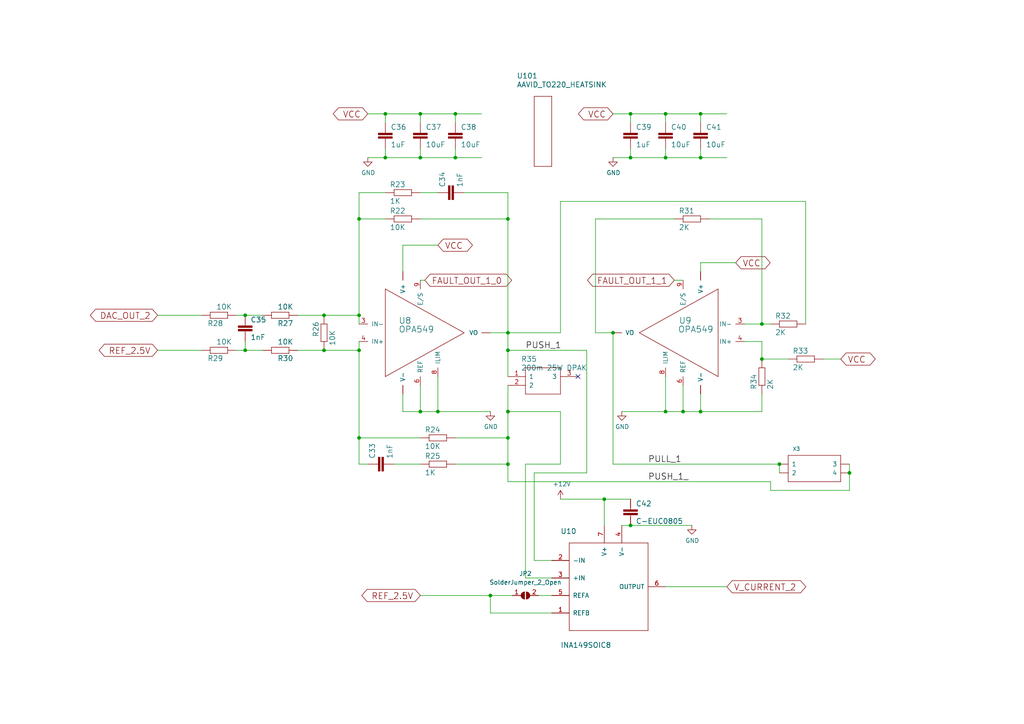
<source format=kicad_sch>
(kicad_sch (version 20211123) (generator eeschema)

  (uuid 64d1d0fe-4fd6-4a55-8314-56a651e1ccab)

  (paper "A4")

  (lib_symbols
    (symbol "GPA_dortmund-eagle-import:AAVID_TO220_HEATSINK" (pin_names (offset 1.016)) (in_bom yes) (on_board yes)
      (property "Reference" "" (id 0) (at -7.62 15.24 0)
        (effects (font (size 1.4986 1.4986)) (justify left bottom))
      )
      (property "Value" "AAVID_TO220_HEATSINK" (id 1) (at -7.62 12.7 0)
        (effects (font (size 1.4986 1.4986)) (justify left bottom))
      )
      (property "Footprint" "" (id 2) (at 0 0 0)
        (effects (font (size 1.27 1.27)) hide)
      )
      (property "Datasheet" "" (id 3) (at 0 0 0)
        (effects (font (size 1.27 1.27)) hide)
      )
      (property "ki_locked" "" (id 4) (at 0 0 0)
        (effects (font (size 1.27 1.27)))
      )
      (symbol "AAVID_TO220_HEATSINK_1_0"
        (polyline
          (pts
            (xy -2.54 -10.16)
            (xy 2.54 -10.16)
          )
          (stroke (width 0) (type default) (color 0 0 0 0))
          (fill (type none))
        )
        (polyline
          (pts
            (xy -2.54 10.16)
            (xy -2.54 -10.16)
          )
          (stroke (width 0) (type default) (color 0 0 0 0))
          (fill (type none))
        )
        (polyline
          (pts
            (xy 2.54 -10.16)
            (xy 2.54 10.16)
          )
          (stroke (width 0) (type default) (color 0 0 0 0))
          (fill (type none))
        )
        (polyline
          (pts
            (xy 2.54 10.16)
            (xy -2.54 10.16)
          )
          (stroke (width 0) (type default) (color 0 0 0 0))
          (fill (type none))
        )
      )
    )
    (symbol "GPA_dortmund-eagle-import:C-EUC0805" (pin_names (offset 1.016)) (in_bom yes) (on_board yes)
      (property "Reference" "C" (id 0) (at 1.524 0.381 0)
        (effects (font (size 1.4986 1.4986)) (justify left bottom))
      )
      (property "Value" "C-EUC0805" (id 1) (at 1.524 -4.699 0)
        (effects (font (size 1.4986 1.4986)) (justify left bottom))
      )
      (property "Footprint" "" (id 2) (at 0 0 0)
        (effects (font (size 1.27 1.27)) hide)
      )
      (property "Datasheet" "" (id 3) (at 0 0 0)
        (effects (font (size 1.27 1.27)) hide)
      )
      (property "ki_locked" "" (id 4) (at 0 0 0)
        (effects (font (size 1.27 1.27)))
      )
      (symbol "C-EUC0805_1_0"
        (rectangle (start -2.032 -2.032) (end 2.032 -1.524)
          (stroke (width 0) (type default) (color 0 0 0 0))
          (fill (type outline))
        )
        (rectangle (start -2.032 -1.016) (end 2.032 -0.508)
          (stroke (width 0) (type default) (color 0 0 0 0))
          (fill (type outline))
        )
        (polyline
          (pts
            (xy 0 -2.54)
            (xy 0 -2.032)
          )
          (stroke (width 0) (type default) (color 0 0 0 0))
          (fill (type none))
        )
        (polyline
          (pts
            (xy 0 0)
            (xy 0 -0.508)
          )
          (stroke (width 0) (type default) (color 0 0 0 0))
          (fill (type none))
        )
        (pin passive line (at 0 2.54 270) (length 2.54)
          (name "1" (effects (font (size 0 0))))
          (number "1" (effects (font (size 0 0))))
        )
        (pin passive line (at 0 -5.08 90) (length 2.54)
          (name "2" (effects (font (size 0 0))))
          (number "2" (effects (font (size 0 0))))
        )
      )
    )
    (symbol "GPA_dortmund-eagle-import:INA149SOIC8" (pin_names (offset 1.016)) (in_bom yes) (on_board yes)
      (property "Reference" "" (id 0) (at -7.62 17.78 0)
        (effects (font (size 1.4986 1.4986)) (justify left bottom))
      )
      (property "Value" "INA149SOIC8" (id 1) (at -7.62 -15.24 0)
        (effects (font (size 1.4986 1.4986)) (justify left bottom))
      )
      (property "Footprint" "" (id 2) (at 0 0 0)
        (effects (font (size 1.27 1.27)) hide)
      )
      (property "Datasheet" "" (id 3) (at 0 0 0)
        (effects (font (size 1.27 1.27)) hide)
      )
      (property "ki_locked" "" (id 4) (at 0 0 0)
        (effects (font (size 1.27 1.27)))
      )
      (symbol "INA149SOIC8_0_0"
        (pin no_connect line (at 0 17.78 270) (length 2.54) hide
          (name "NC" (effects (font (size 1.27 1.27))))
          (number "8" (effects (font (size 1.27 1.27))))
        )
      )
      (symbol "INA149SOIC8_1_0"
        (polyline
          (pts
            (xy -5.08 -10.16)
            (xy 17.78 -10.16)
          )
          (stroke (width 0) (type default) (color 0 0 0 0))
          (fill (type none))
        )
        (polyline
          (pts
            (xy -5.08 15.24)
            (xy -5.08 -10.16)
          )
          (stroke (width 0) (type default) (color 0 0 0 0))
          (fill (type none))
        )
        (polyline
          (pts
            (xy 17.78 -10.16)
            (xy 17.78 15.24)
          )
          (stroke (width 0) (type default) (color 0 0 0 0))
          (fill (type none))
        )
        (polyline
          (pts
            (xy 17.78 15.24)
            (xy -5.08 15.24)
          )
          (stroke (width 0) (type default) (color 0 0 0 0))
          (fill (type none))
        )
        (pin power_in line (at -10.16 -5.08 0) (length 5.08)
          (name "REFB" (effects (font (size 1.27 1.27))))
          (number "1" (effects (font (size 1.27 1.27))))
        )
        (pin input line (at -10.16 10.16 0) (length 5.08)
          (name "-IN" (effects (font (size 1.27 1.27))))
          (number "2" (effects (font (size 1.27 1.27))))
        )
        (pin input line (at -10.16 5.08 0) (length 5.08)
          (name "+IN" (effects (font (size 1.27 1.27))))
          (number "3" (effects (font (size 1.27 1.27))))
        )
        (pin power_in line (at 10.16 20.32 270) (length 5.08)
          (name "V-" (effects (font (size 1.27 1.27))))
          (number "4" (effects (font (size 1.27 1.27))))
        )
        (pin input line (at -10.16 0 0) (length 5.08)
          (name "REFA" (effects (font (size 1.27 1.27))))
          (number "5" (effects (font (size 1.27 1.27))))
        )
        (pin output line (at 22.86 2.54 180) (length 5.08)
          (name "OUTPUT" (effects (font (size 1.27 1.27))))
          (number "6" (effects (font (size 1.27 1.27))))
        )
        (pin power_in line (at 5.08 20.32 270) (length 5.08)
          (name "V+" (effects (font (size 1.27 1.27))))
          (number "7" (effects (font (size 1.27 1.27))))
        )
      )
    )
    (symbol "GPA_dortmund-eagle-import:MINI-FIT-JR-045569-NA2" (pin_names (offset 1.016)) (in_bom yes) (on_board yes)
      (property "Reference" "X" (id 0) (at -6.35 6.35 0)
        (effects (font (size 1.0668 1.0668)) (justify left bottom))
      )
      (property "Value" "MINI-FIT-JR-045569-NA2" (id 1) (at 0 0 0)
        (effects (font (size 1.27 1.27)) hide)
      )
      (property "Footprint" "" (id 2) (at 0 0 0)
        (effects (font (size 1.27 1.27)) hide)
      )
      (property "Datasheet" "" (id 3) (at 0 0 0)
        (effects (font (size 1.27 1.27)) hide)
      )
      (property "ki_locked" "" (id 4) (at 0 0 0)
        (effects (font (size 1.27 1.27)))
      )
      (symbol "MINI-FIT-JR-045569-NA2_1_0"
        (polyline
          (pts
            (xy -7.62 -2.54)
            (xy 7.62 -2.54)
          )
          (stroke (width 0) (type default) (color 0 0 0 0))
          (fill (type none))
        )
        (polyline
          (pts
            (xy -7.62 5.08)
            (xy -7.62 -2.54)
          )
          (stroke (width 0) (type default) (color 0 0 0 0))
          (fill (type none))
        )
        (polyline
          (pts
            (xy 7.62 -2.54)
            (xy 7.62 5.08)
          )
          (stroke (width 0) (type default) (color 0 0 0 0))
          (fill (type none))
        )
        (polyline
          (pts
            (xy 7.62 5.08)
            (xy -7.62 5.08)
          )
          (stroke (width 0) (type default) (color 0 0 0 0))
          (fill (type none))
        )
        (pin bidirectional line (at -10.16 2.54 0) (length 2.54)
          (name "1" (effects (font (size 1.27 1.27))))
          (number "P1" (effects (font (size 0 0))))
        )
        (pin bidirectional line (at -10.16 0 0) (length 2.54)
          (name "2" (effects (font (size 1.27 1.27))))
          (number "P2" (effects (font (size 0 0))))
        )
        (pin bidirectional line (at 10.16 2.54 180) (length 2.54)
          (name "3" (effects (font (size 1.27 1.27))))
          (number "P3" (effects (font (size 0 0))))
        )
        (pin bidirectional line (at 10.16 0 180) (length 2.54)
          (name "4" (effects (font (size 1.27 1.27))))
          (number "P4" (effects (font (size 0 0))))
        )
      )
    )
    (symbol "GPA_dortmund-eagle-import:OPA549_KV_11TO-220_11" (pin_names (offset 1.016)) (in_bom yes) (on_board yes)
      (property "Reference" "U" (id 0) (at -14.8844 16.7386 0)
        (effects (font (size 1.7526 1.7526)) (justify left bottom))
      )
      (property "Value" "OPA549_KV_11TO-220_11" (id 1) (at -15.5194 14.1986 0)
        (effects (font (size 1.7526 1.7526)) (justify left bottom))
      )
      (property "Footprint" "" (id 2) (at 0 0 0)
        (effects (font (size 1.27 1.27)) hide)
      )
      (property "Datasheet" "" (id 3) (at 0 0 0)
        (effects (font (size 1.27 1.27)) hide)
      )
      (property "ki_locked" "" (id 4) (at 0 0 0)
        (effects (font (size 1.27 1.27)))
      )
      (symbol "OPA549_KV_11TO-220_11_1_0"
        (polyline
          (pts
            (xy -7.62 -12.7)
            (xy 15.24 0)
          )
          (stroke (width 0) (type default) (color 0 0 0 0))
          (fill (type none))
        )
        (polyline
          (pts
            (xy -7.62 12.7)
            (xy -7.62 -12.7)
          )
          (stroke (width 0) (type default) (color 0 0 0 0))
          (fill (type none))
        )
        (polyline
          (pts
            (xy 15.24 0)
            (xy -7.62 12.7)
          )
          (stroke (width 0) (type default) (color 0 0 0 0))
          (fill (type none))
        )
        (pin bidirectional line (at 22.86 0 180) (length 2.54)
          (name "VO" (effects (font (size 1.27 1.27))))
          (number "1" (effects (font (size 0 0))))
        )
        (pin power_in line (at -2.54 17.78 270) (length 2.54)
          (name "V+" (effects (font (size 1.27 1.27))))
          (number "10" (effects (font (size 0 0))))
        )
        (pin power_in line (at -2.54 17.78 270) (length 2.54)
          (name "V+" (effects (font (size 1.27 1.27))))
          (number "11" (effects (font (size 0 0))))
        )
        (pin bidirectional line (at 22.86 0 180) (length 2.54)
          (name "VO" (effects (font (size 1.27 1.27))))
          (number "2" (effects (font (size 0 0))))
        )
        (pin input line (at -15.24 2.54 0) (length 2.54)
          (name "IN-" (effects (font (size 1.27 1.27))))
          (number "3" (effects (font (size 1.27 1.27))))
        )
        (pin input line (at -15.24 -2.54 0) (length 2.54)
          (name "IN+" (effects (font (size 1.27 1.27))))
          (number "4" (effects (font (size 1.27 1.27))))
        )
        (pin power_in line (at -2.54 -17.78 90) (length 2.54)
          (name "V-" (effects (font (size 1.27 1.27))))
          (number "5" (effects (font (size 0 0))))
        )
        (pin power_in line (at 2.54 -15.24 90) (length 2.54)
          (name "REF" (effects (font (size 1.27 1.27))))
          (number "6" (effects (font (size 1.27 1.27))))
        )
        (pin power_in line (at -2.54 -17.78 90) (length 2.54)
          (name "V-" (effects (font (size 1.27 1.27))))
          (number "7" (effects (font (size 0 0))))
        )
        (pin passive line (at 7.62 -12.7 90) (length 2.54)
          (name "ILIM" (effects (font (size 1.27 1.27))))
          (number "8" (effects (font (size 1.27 1.27))))
        )
        (pin passive line (at 2.54 15.24 270) (length 2.54)
          (name "E/S" (effects (font (size 1.27 1.27))))
          (number "9" (effects (font (size 1.27 1.27))))
        )
      )
    )
    (symbol "GPA_dortmund-eagle-import:PWR163S-25-10R0J" (pin_names (offset 1.016)) (in_bom yes) (on_board yes)
      (property "Reference" "R" (id 0) (at 16.51 7.62 0)
        (effects (font (size 1.4986 1.4986)) (justify left))
      )
      (property "Value" "PWR163S-25-10R0J" (id 1) (at 16.51 5.08 0)
        (effects (font (size 1.4986 1.4986)) (justify left))
      )
      (property "Footprint" "" (id 2) (at 0 0 0)
        (effects (font (size 1.27 1.27)) hide)
      )
      (property "Datasheet" "" (id 3) (at 0 0 0)
        (effects (font (size 1.27 1.27)) hide)
      )
      (property "ki_locked" "" (id 4) (at 0 0 0)
        (effects (font (size 1.27 1.27)))
      )
      (symbol "PWR163S-25-10R0J_1_0"
        (polyline
          (pts
            (xy 5.08 2.54)
            (xy 5.08 -5.08)
          )
          (stroke (width 0) (type default) (color 0 0 0 0))
          (fill (type none))
        )
        (polyline
          (pts
            (xy 5.08 2.54)
            (xy 15.24 2.54)
          )
          (stroke (width 0) (type default) (color 0 0 0 0))
          (fill (type none))
        )
        (polyline
          (pts
            (xy 15.24 -5.08)
            (xy 5.08 -5.08)
          )
          (stroke (width 0) (type default) (color 0 0 0 0))
          (fill (type none))
        )
        (polyline
          (pts
            (xy 15.24 -5.08)
            (xy 15.24 2.54)
          )
          (stroke (width 0) (type default) (color 0 0 0 0))
          (fill (type none))
        )
        (pin bidirectional line (at 0 0 0) (length 5.08)
          (name "1" (effects (font (size 1.27 1.27))))
          (number "1" (effects (font (size 1.27 1.27))))
        )
        (pin bidirectional line (at 0 -2.54 0) (length 5.08)
          (name "2" (effects (font (size 1.27 1.27))))
          (number "2" (effects (font (size 1.27 1.27))))
        )
        (pin bidirectional line (at 20.32 0 180) (length 5.08)
          (name "3" (effects (font (size 1.27 1.27))))
          (number "3" (effects (font (size 1.27 1.27))))
        )
      )
    )
    (symbol "GPA_dortmund-eagle-import:R-EU_M0805" (pin_names (offset 1.016)) (in_bom yes) (on_board yes)
      (property "Reference" "R" (id 0) (at -3.81 1.4986 0)
        (effects (font (size 1.4986 1.4986)) (justify left bottom))
      )
      (property "Value" "R-EU_M0805" (id 1) (at -3.81 -3.302 0)
        (effects (font (size 1.4986 1.4986)) (justify left bottom))
      )
      (property "Footprint" "" (id 2) (at 0 0 0)
        (effects (font (size 1.27 1.27)) hide)
      )
      (property "Datasheet" "" (id 3) (at 0 0 0)
        (effects (font (size 1.27 1.27)) hide)
      )
      (property "ki_locked" "" (id 4) (at 0 0 0)
        (effects (font (size 1.27 1.27)))
      )
      (symbol "R-EU_M0805_1_0"
        (polyline
          (pts
            (xy -2.54 -0.889)
            (xy -2.54 0.889)
          )
          (stroke (width 0) (type default) (color 0 0 0 0))
          (fill (type none))
        )
        (polyline
          (pts
            (xy -2.54 -0.889)
            (xy 2.54 -0.889)
          )
          (stroke (width 0) (type default) (color 0 0 0 0))
          (fill (type none))
        )
        (polyline
          (pts
            (xy 2.54 -0.889)
            (xy 2.54 0.889)
          )
          (stroke (width 0) (type default) (color 0 0 0 0))
          (fill (type none))
        )
        (polyline
          (pts
            (xy 2.54 0.889)
            (xy -2.54 0.889)
          )
          (stroke (width 0) (type default) (color 0 0 0 0))
          (fill (type none))
        )
        (pin passive line (at -5.08 0 0) (length 2.54)
          (name "1" (effects (font (size 0 0))))
          (number "1" (effects (font (size 0 0))))
        )
        (pin passive line (at 5.08 0 180) (length 2.54)
          (name "2" (effects (font (size 0 0))))
          (number "2" (effects (font (size 0 0))))
        )
      )
    )
    (symbol "GPA_dortmund-eagle-import:R-EU_R0805" (pin_names (offset 1.016)) (in_bom yes) (on_board yes)
      (property "Reference" "R" (id 0) (at -3.81 1.4986 0)
        (effects (font (size 1.4986 1.4986)) (justify left bottom))
      )
      (property "Value" "R-EU_R0805" (id 1) (at -3.81 -3.302 0)
        (effects (font (size 1.4986 1.4986)) (justify left bottom))
      )
      (property "Footprint" "" (id 2) (at 0 0 0)
        (effects (font (size 1.27 1.27)) hide)
      )
      (property "Datasheet" "" (id 3) (at 0 0 0)
        (effects (font (size 1.27 1.27)) hide)
      )
      (property "ki_locked" "" (id 4) (at 0 0 0)
        (effects (font (size 1.27 1.27)))
      )
      (symbol "R-EU_R0805_1_0"
        (polyline
          (pts
            (xy -2.54 -0.889)
            (xy -2.54 0.889)
          )
          (stroke (width 0) (type default) (color 0 0 0 0))
          (fill (type none))
        )
        (polyline
          (pts
            (xy -2.54 -0.889)
            (xy 2.54 -0.889)
          )
          (stroke (width 0) (type default) (color 0 0 0 0))
          (fill (type none))
        )
        (polyline
          (pts
            (xy 2.54 -0.889)
            (xy 2.54 0.889)
          )
          (stroke (width 0) (type default) (color 0 0 0 0))
          (fill (type none))
        )
        (polyline
          (pts
            (xy 2.54 0.889)
            (xy -2.54 0.889)
          )
          (stroke (width 0) (type default) (color 0 0 0 0))
          (fill (type none))
        )
        (pin passive line (at -5.08 0 0) (length 2.54)
          (name "1" (effects (font (size 0 0))))
          (number "1" (effects (font (size 0 0))))
        )
        (pin passive line (at 5.08 0 180) (length 2.54)
          (name "2" (effects (font (size 0 0))))
          (number "2" (effects (font (size 0 0))))
        )
      )
    )
    (symbol "Jumper:SolderJumper_2_Open" (pin_names (offset 0) hide) (in_bom yes) (on_board yes)
      (property "Reference" "JP" (id 0) (at 0 2.032 0)
        (effects (font (size 1.27 1.27)))
      )
      (property "Value" "SolderJumper_2_Open" (id 1) (at 0 -2.54 0)
        (effects (font (size 1.27 1.27)))
      )
      (property "Footprint" "" (id 2) (at 0 0 0)
        (effects (font (size 1.27 1.27)) hide)
      )
      (property "Datasheet" "~" (id 3) (at 0 0 0)
        (effects (font (size 1.27 1.27)) hide)
      )
      (property "ki_keywords" "solder jumper SPST" (id 4) (at 0 0 0)
        (effects (font (size 1.27 1.27)) hide)
      )
      (property "ki_description" "Solder Jumper, 2-pole, open" (id 5) (at 0 0 0)
        (effects (font (size 1.27 1.27)) hide)
      )
      (property "ki_fp_filters" "SolderJumper*Open*" (id 6) (at 0 0 0)
        (effects (font (size 1.27 1.27)) hide)
      )
      (symbol "SolderJumper_2_Open_0_1"
        (arc (start -0.254 1.016) (mid -1.27 0) (end -0.254 -1.016)
          (stroke (width 0) (type default) (color 0 0 0 0))
          (fill (type none))
        )
        (arc (start -0.254 1.016) (mid -1.27 0) (end -0.254 -1.016)
          (stroke (width 0) (type default) (color 0 0 0 0))
          (fill (type outline))
        )
        (polyline
          (pts
            (xy -0.254 1.016)
            (xy -0.254 -1.016)
          )
          (stroke (width 0) (type default) (color 0 0 0 0))
          (fill (type none))
        )
        (polyline
          (pts
            (xy 0.254 1.016)
            (xy 0.254 -1.016)
          )
          (stroke (width 0) (type default) (color 0 0 0 0))
          (fill (type none))
        )
        (arc (start 0.254 -1.016) (mid 1.27 0) (end 0.254 1.016)
          (stroke (width 0) (type default) (color 0 0 0 0))
          (fill (type none))
        )
        (arc (start 0.254 -1.016) (mid 1.27 0) (end 0.254 1.016)
          (stroke (width 0) (type default) (color 0 0 0 0))
          (fill (type outline))
        )
      )
      (symbol "SolderJumper_2_Open_1_1"
        (pin passive line (at -3.81 0 0) (length 2.54)
          (name "A" (effects (font (size 1.27 1.27))))
          (number "1" (effects (font (size 1.27 1.27))))
        )
        (pin passive line (at 3.81 0 180) (length 2.54)
          (name "B" (effects (font (size 1.27 1.27))))
          (number "2" (effects (font (size 1.27 1.27))))
        )
      )
    )
    (symbol "power:+12V" (power) (pin_names (offset 0)) (in_bom yes) (on_board yes)
      (property "Reference" "#PWR" (id 0) (at 0 -3.81 0)
        (effects (font (size 1.27 1.27)) hide)
      )
      (property "Value" "+12V" (id 1) (at 0 3.556 0)
        (effects (font (size 1.27 1.27)))
      )
      (property "Footprint" "" (id 2) (at 0 0 0)
        (effects (font (size 1.27 1.27)) hide)
      )
      (property "Datasheet" "" (id 3) (at 0 0 0)
        (effects (font (size 1.27 1.27)) hide)
      )
      (property "ki_keywords" "power-flag" (id 4) (at 0 0 0)
        (effects (font (size 1.27 1.27)) hide)
      )
      (property "ki_description" "Power symbol creates a global label with name \"+12V\"" (id 5) (at 0 0 0)
        (effects (font (size 1.27 1.27)) hide)
      )
      (symbol "+12V_0_1"
        (polyline
          (pts
            (xy -0.762 1.27)
            (xy 0 2.54)
          )
          (stroke (width 0) (type default) (color 0 0 0 0))
          (fill (type none))
        )
        (polyline
          (pts
            (xy 0 0)
            (xy 0 2.54)
          )
          (stroke (width 0) (type default) (color 0 0 0 0))
          (fill (type none))
        )
        (polyline
          (pts
            (xy 0 2.54)
            (xy 0.762 1.27)
          )
          (stroke (width 0) (type default) (color 0 0 0 0))
          (fill (type none))
        )
      )
      (symbol "+12V_1_1"
        (pin power_in line (at 0 0 90) (length 0) hide
          (name "+12V" (effects (font (size 1.27 1.27))))
          (number "1" (effects (font (size 1.27 1.27))))
        )
      )
    )
    (symbol "power:GND" (power) (pin_names (offset 0)) (in_bom yes) (on_board yes)
      (property "Reference" "#PWR" (id 0) (at 0 -6.35 0)
        (effects (font (size 1.27 1.27)) hide)
      )
      (property "Value" "GND" (id 1) (at 0 -3.81 0)
        (effects (font (size 1.27 1.27)))
      )
      (property "Footprint" "" (id 2) (at 0 0 0)
        (effects (font (size 1.27 1.27)) hide)
      )
      (property "Datasheet" "" (id 3) (at 0 0 0)
        (effects (font (size 1.27 1.27)) hide)
      )
      (property "ki_keywords" "power-flag" (id 4) (at 0 0 0)
        (effects (font (size 1.27 1.27)) hide)
      )
      (property "ki_description" "Power symbol creates a global label with name \"GND\" , ground" (id 5) (at 0 0 0)
        (effects (font (size 1.27 1.27)) hide)
      )
      (symbol "GND_0_1"
        (polyline
          (pts
            (xy 0 0)
            (xy 0 -1.27)
            (xy 1.27 -1.27)
            (xy 0 -2.54)
            (xy -1.27 -1.27)
            (xy 0 -1.27)
          )
          (stroke (width 0) (type default) (color 0 0 0 0))
          (fill (type none))
        )
      )
      (symbol "GND_1_1"
        (pin power_in line (at 0 0 270) (length 0) hide
          (name "GND" (effects (font (size 1.27 1.27))))
          (number "1" (effects (font (size 1.27 1.27))))
        )
      )
    )
  )

  (junction (at 147.32 96.52) (diameter 0) (color 0 0 0 0)
    (uuid 003974b6-cb8f-491b-a226-fc7891eb9a62)
  )
  (junction (at 147.32 127) (diameter 0) (color 0 0 0 0)
    (uuid 004b7456-c25a-480f-88f6-723c1bcd9939)
  )
  (junction (at 132.08 45.72) (diameter 0) (color 0 0 0 0)
    (uuid 16d5bf81-590a-4149-97e0-64f3b3ad6f52)
  )
  (junction (at 93.98 101.6) (diameter 0) (color 0 0 0 0)
    (uuid 1b5a32e4-0b8e-4f38-b679-71dc277c2087)
  )
  (junction (at 220.98 104.14) (diameter 0) (color 0 0 0 0)
    (uuid 2a6ee718-8cdf-4fa6-be7c-8fe885d98fd7)
  )
  (junction (at 193.04 33.02) (diameter 0) (color 0 0 0 0)
    (uuid 2c488362-c230-4f6d-82f9-a229b1171a23)
  )
  (junction (at 71.12 91.44) (diameter 0) (color 0 0 0 0)
    (uuid 2fb9964c-4cd4-4e81-b5e8-f78759d3adb5)
  )
  (junction (at 198.12 119.38) (diameter 0) (color 0 0 0 0)
    (uuid 3382bf79-b686-4aeb-9419-c8ab591662bb)
  )
  (junction (at 132.08 33.02) (diameter 0) (color 0 0 0 0)
    (uuid 37728c8e-efcc-462c-a749-47b6bfcbaf37)
  )
  (junction (at 220.98 93.98) (diameter 0) (color 0 0 0 0)
    (uuid 3c66e6e2-f12d-4b23-910e-e478d272dfd5)
  )
  (junction (at 104.14 63.5) (diameter 0) (color 0 0 0 0)
    (uuid 621c8eb9-ae87-439a-b350-badb5d559a5a)
  )
  (junction (at 127 119.38) (diameter 0) (color 0 0 0 0)
    (uuid 629fdb7a-7978-43d0-987e-b84465775826)
  )
  (junction (at 203.2 45.72) (diameter 0) (color 0 0 0 0)
    (uuid 64256223-cf3b-4a78-97d3-f1dca769968f)
  )
  (junction (at 111.76 45.72) (diameter 0) (color 0 0 0 0)
    (uuid 7806469b-c133-4e19-b2d5-f2b690b4b2f3)
  )
  (junction (at 147.32 101.6) (diameter 0) (color 0 0 0 0)
    (uuid 7c0866b5-b180-4be6-9e62-43f5b191d6d4)
  )
  (junction (at 203.2 119.38) (diameter 0) (color 0 0 0 0)
    (uuid 7d2422a2-6679-4b2f-b253-47eef0da2414)
  )
  (junction (at 182.88 45.72) (diameter 0) (color 0 0 0 0)
    (uuid 7e498af5-a41b-4f8f-8a13-10c00a9160aa)
  )
  (junction (at 121.92 119.38) (diameter 0) (color 0 0 0 0)
    (uuid 80b9a57f-3326-43ca-b6ca-5e911992b3c4)
  )
  (junction (at 246.38 137.16) (diameter 0) (color 0 0 0 0)
    (uuid 832b5a8c-7fe2-47ff-beee-cebf840750bb)
  )
  (junction (at 111.76 33.02) (diameter 0) (color 0 0 0 0)
    (uuid 848c6095-3966-404d-9f2a-51150fd8dc54)
  )
  (junction (at 104.14 101.6) (diameter 0) (color 0 0 0 0)
    (uuid 84febc35-87fd-4cad-8e04-2b66390cfc12)
  )
  (junction (at 182.88 33.02) (diameter 0) (color 0 0 0 0)
    (uuid 89df70f4-3579-42b9-861e-6beb04a3b25e)
  )
  (junction (at 121.92 45.72) (diameter 0) (color 0 0 0 0)
    (uuid 90fa0465-7fe5-474b-8e7c-9f955c02a0f6)
  )
  (junction (at 226.06 134.62) (diameter 0) (color 0 0 0 0)
    (uuid 97e5f992-979e-4291-bd9a-a77c3fd4b1b5)
  )
  (junction (at 175.26 144.78) (diameter 0) (color 0 0 0 0)
    (uuid 9c0314b1-f82f-432d-95a0-65e191202552)
  )
  (junction (at 203.2 33.02) (diameter 0) (color 0 0 0 0)
    (uuid a5e6f7cb-0a81-4357-a11f-231d23300342)
  )
  (junction (at 182.88 152.4) (diameter 0) (color 0 0 0 0)
    (uuid a6dc1180-19c4-432b-af49-fc9179bb4519)
  )
  (junction (at 93.98 91.44) (diameter 0) (color 0 0 0 0)
    (uuid b2001159-b6cb-4000-85f5-34f6c410920f)
  )
  (junction (at 147.32 134.62) (diameter 0) (color 0 0 0 0)
    (uuid b55dabdc-b790-4740-9349-75159cff975a)
  )
  (junction (at 147.32 119.38) (diameter 0) (color 0 0 0 0)
    (uuid b8b15b51-8345-4a1d-8ecf-04fc15b9e450)
  )
  (junction (at 177.8 96.52) (diameter 0) (color 0 0 0 0)
    (uuid c2a9d834-7cb1-4ec5-b0ba-ae56215ff9fc)
  )
  (junction (at 71.12 101.6) (diameter 0) (color 0 0 0 0)
    (uuid c480dba7-51ff-4a4f-9251-e48b2784c64a)
  )
  (junction (at 121.92 33.02) (diameter 0) (color 0 0 0 0)
    (uuid d4e4ffa8-e3e2-4590-b9df-630d1880f3e4)
  )
  (junction (at 193.04 119.38) (diameter 0) (color 0 0 0 0)
    (uuid d53baa32-ba88-4646-9db3-0e9b0f0da4f0)
  )
  (junction (at 193.04 45.72) (diameter 0) (color 0 0 0 0)
    (uuid df93f76b-86da-45ae-87e2-4b691af12b00)
  )
  (junction (at 147.32 63.5) (diameter 0) (color 0 0 0 0)
    (uuid e42fd0d4-9927-4308-81d9-4cca814c8ea9)
  )
  (junction (at 142.24 172.72) (diameter 0) (color 0 0 0 0)
    (uuid e7893166-2c2c-41b4-bd84-76ebc2e06551)
  )
  (junction (at 104.14 127) (diameter 0) (color 0 0 0 0)
    (uuid eb7e294c-b398-413b-8b78-85a66ed5f3ea)
  )
  (junction (at 104.14 91.44) (diameter 0) (color 0 0 0 0)
    (uuid fb191df4-267d-4797-80dd-be346b8eeb99)
  )

  (no_connect (at 167.64 109.22) (uuid e6bf257d-5112-423c-b70a-adf8446f29da))

  (wire (pts (xy 104.14 127) (xy 104.14 101.6))
    (stroke (width 0) (type default) (color 0 0 0 0))
    (uuid 01109662-12b4-48a3-b68d-624008909c2a)
  )
  (wire (pts (xy 193.04 119.38) (xy 198.12 119.38))
    (stroke (width 0) (type default) (color 0 0 0 0))
    (uuid 017667a9-f5de-49c7-af53-4f9af2f3a311)
  )
  (wire (pts (xy 111.76 63.5) (xy 104.14 63.5))
    (stroke (width 0) (type default) (color 0 0 0 0))
    (uuid 04d60995-4f82-4f17-8f82-2f27a0a779cc)
  )
  (wire (pts (xy 111.76 55.88) (xy 104.14 55.88))
    (stroke (width 0) (type default) (color 0 0 0 0))
    (uuid 05e45f00-3c6b-4c0c-9ffb-3fe26fcda007)
  )
  (wire (pts (xy 111.76 33.02) (xy 121.92 33.02))
    (stroke (width 0) (type default) (color 0 0 0 0))
    (uuid 08da8f18-02c3-4a28-a400-670f01755980)
  )
  (wire (pts (xy 182.88 35.56) (xy 182.88 33.02))
    (stroke (width 0) (type default) (color 0 0 0 0))
    (uuid 0938c137-668b-4d2f-b92b-cadb1df72bdb)
  )
  (wire (pts (xy 172.72 63.5) (xy 172.72 96.52))
    (stroke (width 0) (type default) (color 0 0 0 0))
    (uuid 0a8dfc5c-35dc-4e44-a2bf-5968ebf90cca)
  )
  (wire (pts (xy 175.26 144.78) (xy 162.56 144.78))
    (stroke (width 0) (type default) (color 0 0 0 0))
    (uuid 0cc094e7-c1c0-457d-bd94-3db91c23be55)
  )
  (wire (pts (xy 104.14 101.6) (xy 104.14 99.06))
    (stroke (width 0) (type default) (color 0 0 0 0))
    (uuid 0e166909-afb5-4d70-a00b-dd78cd09b084)
  )
  (wire (pts (xy 154.94 137.16) (xy 154.94 162.56))
    (stroke (width 0) (type default) (color 0 0 0 0))
    (uuid 122b5574-57fe-4d2d-80bf-3cabd28e7128)
  )
  (wire (pts (xy 160.02 172.72) (xy 156.21 172.72))
    (stroke (width 0) (type default) (color 0 0 0 0))
    (uuid 1765d6b9-ca0e-49c2-8c3c-8ab35eb3909b)
  )
  (wire (pts (xy 121.92 43.18) (xy 121.92 45.72))
    (stroke (width 0) (type default) (color 0 0 0 0))
    (uuid 18cf1537-83e6-4374-a277-6e3e21479ab0)
  )
  (wire (pts (xy 106.68 134.62) (xy 104.14 134.62))
    (stroke (width 0) (type default) (color 0 0 0 0))
    (uuid 1a813eeb-ee58-4579-81e1-3f9a7227213c)
  )
  (wire (pts (xy 203.2 114.3) (xy 203.2 119.38))
    (stroke (width 0) (type default) (color 0 0 0 0))
    (uuid 1ae3634a-f90f-4c6a-8ba7-b38f98d4ccb2)
  )
  (wire (pts (xy 203.2 33.02) (xy 210.82 33.02))
    (stroke (width 0) (type default) (color 0 0 0 0))
    (uuid 1b98de85-f9de-4825-baf2-c96991615275)
  )
  (wire (pts (xy 116.84 119.38) (xy 121.92 119.38))
    (stroke (width 0) (type default) (color 0 0 0 0))
    (uuid 1d9dc91c-3457-4ca5-8e42-43be60ae0831)
  )
  (wire (pts (xy 182.88 152.4) (xy 200.66 152.4))
    (stroke (width 0) (type default) (color 0 0 0 0))
    (uuid 2151a218-87ec-4d43-b5fa-736242c52602)
  )
  (wire (pts (xy 147.32 127) (xy 147.32 134.62))
    (stroke (width 0) (type default) (color 0 0 0 0))
    (uuid 21573090-1953-4b11-9042-108ae79fe9c5)
  )
  (wire (pts (xy 147.32 119.38) (xy 162.56 119.38))
    (stroke (width 0) (type default) (color 0 0 0 0))
    (uuid 2cd3975a-2259-4fa9-8133-e1586b9b9618)
  )
  (wire (pts (xy 193.04 109.22) (xy 193.04 119.38))
    (stroke (width 0) (type default) (color 0 0 0 0))
    (uuid 2d0d333a-99a0-4575-9433-710c8cc7ac0b)
  )
  (wire (pts (xy 177.8 45.72) (xy 182.88 45.72))
    (stroke (width 0) (type default) (color 0 0 0 0))
    (uuid 2d16cb66-2809-411d-912c-d3db0f48bd04)
  )
  (wire (pts (xy 203.2 45.72) (xy 210.82 45.72))
    (stroke (width 0) (type default) (color 0 0 0 0))
    (uuid 2d4d8c24-5b38-445b-8733-2a81ba21d33e)
  )
  (wire (pts (xy 121.92 63.5) (xy 147.32 63.5))
    (stroke (width 0) (type default) (color 0 0 0 0))
    (uuid 2d617fad-47fe-4db9-836a-4bceb9c31c3b)
  )
  (wire (pts (xy 147.32 55.88) (xy 147.32 63.5))
    (stroke (width 0) (type default) (color 0 0 0 0))
    (uuid 2e36ce87-4661-4b8f-956a-16dc559e1b50)
  )
  (wire (pts (xy 121.92 81.28) (xy 123.19 81.28))
    (stroke (width 0) (type default) (color 0 0 0 0))
    (uuid 35343f32-90ff-4059-a108-111fb444c3d2)
  )
  (wire (pts (xy 116.84 71.12) (xy 127 71.12))
    (stroke (width 0) (type default) (color 0 0 0 0))
    (uuid 3a45fb3b-7899-44f2-a78a-f676359df67b)
  )
  (wire (pts (xy 162.56 134.62) (xy 152.4 134.62))
    (stroke (width 0) (type default) (color 0 0 0 0))
    (uuid 3b6dda98-f455-4961-854e-3c4cceecffcc)
  )
  (wire (pts (xy 104.14 55.88) (xy 104.14 63.5))
    (stroke (width 0) (type default) (color 0 0 0 0))
    (uuid 40b38567-9d6a-4691-bccf-1b4dbe39957b)
  )
  (wire (pts (xy 71.12 101.6) (xy 68.58 101.6))
    (stroke (width 0) (type default) (color 0 0 0 0))
    (uuid 414f80f7-b2d5-43c3-a018-819efe44fe30)
  )
  (wire (pts (xy 116.84 114.3) (xy 116.84 119.38))
    (stroke (width 0) (type default) (color 0 0 0 0))
    (uuid 42bd0f96-a831-406e-abb7-03ed1bbd785f)
  )
  (wire (pts (xy 160.02 167.64) (xy 152.4 167.64))
    (stroke (width 0) (type default) (color 0 0 0 0))
    (uuid 42f10020-b50a-4739-a546-6b63e441c980)
  )
  (wire (pts (xy 111.76 35.56) (xy 111.76 33.02))
    (stroke (width 0) (type default) (color 0 0 0 0))
    (uuid 444b2eaf-241d-42e5-8717-27a83d099c5b)
  )
  (wire (pts (xy 147.32 63.5) (xy 147.32 96.52))
    (stroke (width 0) (type default) (color 0 0 0 0))
    (uuid 4688ff87-8262-46f4-ad96-b5f4e529cfa9)
  )
  (wire (pts (xy 121.92 35.56) (xy 121.92 33.02))
    (stroke (width 0) (type default) (color 0 0 0 0))
    (uuid 469f89fd-f629-46b7-b106-a0088168c9ec)
  )
  (wire (pts (xy 76.2 101.6) (xy 71.12 101.6))
    (stroke (width 0) (type default) (color 0 0 0 0))
    (uuid 494d4ce3-60c4-4021-8bd1-ab41a12b14ed)
  )
  (wire (pts (xy 148.59 172.72) (xy 142.24 172.72))
    (stroke (width 0) (type default) (color 0 0 0 0))
    (uuid 49a843e9-787d-4952-ba53-98e1357f6003)
  )
  (wire (pts (xy 203.2 119.38) (xy 220.98 119.38))
    (stroke (width 0) (type default) (color 0 0 0 0))
    (uuid 4c144ffa-02d0-42da-aef1-f5175cbde9c0)
  )
  (wire (pts (xy 127 55.88) (xy 121.92 55.88))
    (stroke (width 0) (type default) (color 0 0 0 0))
    (uuid 4c8704fa-310a-4c01-8dc1-2b7e2727fea0)
  )
  (wire (pts (xy 134.62 55.88) (xy 147.32 55.88))
    (stroke (width 0) (type default) (color 0 0 0 0))
    (uuid 4d3a1f72-d521-46ae-8fe1-3f8221038335)
  )
  (wire (pts (xy 160.02 162.56) (xy 154.94 162.56))
    (stroke (width 0) (type default) (color 0 0 0 0))
    (uuid 4f4bd227-fa4c-47f4-ad05-ee16ad4c58c2)
  )
  (wire (pts (xy 147.32 134.62) (xy 147.32 139.7))
    (stroke (width 0) (type default) (color 0 0 0 0))
    (uuid 53719fc4-141e-4c58-98cd-ab3bf9a4e1c0)
  )
  (wire (pts (xy 58.42 101.6) (xy 45.72 101.6))
    (stroke (width 0) (type default) (color 0 0 0 0))
    (uuid 55cff608-ab38-48d9-ac09-2d0a877ceca1)
  )
  (wire (pts (xy 182.88 33.02) (xy 193.04 33.02))
    (stroke (width 0) (type default) (color 0 0 0 0))
    (uuid 5698a460-6e24-4857-84d8-4a43acd2325d)
  )
  (wire (pts (xy 142.24 119.38) (xy 127 119.38))
    (stroke (width 0) (type default) (color 0 0 0 0))
    (uuid 57543893-39bf-4d83-b4e0-8d020b4a6d48)
  )
  (wire (pts (xy 195.58 63.5) (xy 172.72 63.5))
    (stroke (width 0) (type default) (color 0 0 0 0))
    (uuid 5a397f61-35c4-4c18-9dcd-73a2d44cc9af)
  )
  (wire (pts (xy 93.98 101.6) (xy 104.14 101.6))
    (stroke (width 0) (type default) (color 0 0 0 0))
    (uuid 5a889284-4c9f-49be-8f02-e43e18550914)
  )
  (wire (pts (xy 162.56 96.52) (xy 147.32 96.52))
    (stroke (width 0) (type default) (color 0 0 0 0))
    (uuid 5b70b09b-6762-4725-9d48-805300c0bdc8)
  )
  (wire (pts (xy 177.8 96.52) (xy 177.8 134.62))
    (stroke (width 0) (type default) (color 0 0 0 0))
    (uuid 5cff09b0-b3d4-41a7-a6a4-7f917b40eda9)
  )
  (wire (pts (xy 182.88 45.72) (xy 193.04 45.72))
    (stroke (width 0) (type default) (color 0 0 0 0))
    (uuid 5fe7a4eb-9f04-4df6-a1fa-36c071e280d7)
  )
  (wire (pts (xy 162.56 58.42) (xy 162.56 96.52))
    (stroke (width 0) (type default) (color 0 0 0 0))
    (uuid 6316acb7-63a1-40e7-8695-2822d4a240b5)
  )
  (wire (pts (xy 121.92 134.62) (xy 114.3 134.62))
    (stroke (width 0) (type default) (color 0 0 0 0))
    (uuid 6742a066-6a5f-4185-90ae-b7fe8c6eda52)
  )
  (wire (pts (xy 147.32 111.76) (xy 147.32 119.38))
    (stroke (width 0) (type default) (color 0 0 0 0))
    (uuid 68039801-1b0f-480a-861d-d55f24af0c17)
  )
  (wire (pts (xy 175.26 152.4) (xy 175.26 144.78))
    (stroke (width 0) (type default) (color 0 0 0 0))
    (uuid 680c3e83-f590-4924-85a1-36d51b076683)
  )
  (wire (pts (xy 180.34 152.4) (xy 182.88 152.4))
    (stroke (width 0) (type default) (color 0 0 0 0))
    (uuid 6aa022fb-09ce-49d9-86b1-c73b3ee817e2)
  )
  (wire (pts (xy 228.6 104.14) (xy 220.98 104.14))
    (stroke (width 0) (type default) (color 0 0 0 0))
    (uuid 6b69fc79-c78f-4df1-9a05-c51d4173705f)
  )
  (wire (pts (xy 147.32 101.6) (xy 147.32 109.22))
    (stroke (width 0) (type default) (color 0 0 0 0))
    (uuid 6ce41a48-c5e2-4d5f-8548-1c7b5c309a8a)
  )
  (wire (pts (xy 58.42 91.44) (xy 45.72 91.44))
    (stroke (width 0) (type default) (color 0 0 0 0))
    (uuid 6e77d4d6-0239-4c20-98f8-23ae4f71d638)
  )
  (wire (pts (xy 104.14 91.44) (xy 104.14 93.98))
    (stroke (width 0) (type default) (color 0 0 0 0))
    (uuid 6f44a349-1ba9-4965-b217-aa1589a07228)
  )
  (wire (pts (xy 223.52 139.7) (xy 223.52 142.24))
    (stroke (width 0) (type default) (color 0 0 0 0))
    (uuid 70abf340-8b3e-403e-a5e2-d8f35caa2f87)
  )
  (wire (pts (xy 121.92 33.02) (xy 132.08 33.02))
    (stroke (width 0) (type default) (color 0 0 0 0))
    (uuid 7255cbd1-8d38-4545-be9a-7fc5488ef942)
  )
  (wire (pts (xy 93.98 91.44) (xy 104.14 91.44))
    (stroke (width 0) (type default) (color 0 0 0 0))
    (uuid 72cc7949-68f8-4ef8-adcb-a65c1d042672)
  )
  (wire (pts (xy 193.04 35.56) (xy 193.04 33.02))
    (stroke (width 0) (type default) (color 0 0 0 0))
    (uuid 74096bdc-b668-408c-af3a-b048c20bd605)
  )
  (wire (pts (xy 220.98 114.3) (xy 220.98 119.38))
    (stroke (width 0) (type default) (color 0 0 0 0))
    (uuid 7c6e532b-1afd-48d4-9389-2942dcbc7c3c)
  )
  (wire (pts (xy 223.52 142.24) (xy 246.38 142.24))
    (stroke (width 0) (type default) (color 0 0 0 0))
    (uuid 7de6564c-7ad6-4d57-a54c-8d2835ff5cdc)
  )
  (wire (pts (xy 71.12 91.44) (xy 76.2 91.44))
    (stroke (width 0) (type default) (color 0 0 0 0))
    (uuid 8385d9f6-6997-423b-b38d-d0ab00c45f3f)
  )
  (wire (pts (xy 142.24 96.52) (xy 147.32 96.52))
    (stroke (width 0) (type default) (color 0 0 0 0))
    (uuid 843b53af-dd34-4db8-aa6b-5035b25affc7)
  )
  (wire (pts (xy 147.32 139.7) (xy 223.52 139.7))
    (stroke (width 0) (type default) (color 0 0 0 0))
    (uuid 8615dae0-65cf-4932-8e6f-9a0f32429a5e)
  )
  (wire (pts (xy 170.18 101.6) (xy 170.18 137.16))
    (stroke (width 0) (type default) (color 0 0 0 0))
    (uuid 8765371a-21c2-4fe3-a3af-88f5eb1f02a0)
  )
  (wire (pts (xy 121.92 111.76) (xy 121.92 119.38))
    (stroke (width 0) (type default) (color 0 0 0 0))
    (uuid 897277a3-b7ce-4d18-8c5f-1c984a246298)
  )
  (wire (pts (xy 142.24 177.8) (xy 142.24 172.72))
    (stroke (width 0) (type default) (color 0 0 0 0))
    (uuid 8ade7975-64a0-440a-8545-11958836bf48)
  )
  (wire (pts (xy 147.32 96.52) (xy 147.32 101.6))
    (stroke (width 0) (type default) (color 0 0 0 0))
    (uuid 92bd1111-b941-4c03-b7ec-a08a9359bc50)
  )
  (wire (pts (xy 132.08 33.02) (xy 139.7 33.02))
    (stroke (width 0) (type default) (color 0 0 0 0))
    (uuid 971d1932-4a99-4265-9c76-26e554bde4fe)
  )
  (wire (pts (xy 127 109.22) (xy 127 119.38))
    (stroke (width 0) (type default) (color 0 0 0 0))
    (uuid 9c5933cf-1535-4465-90dd-da9b75afcdcf)
  )
  (wire (pts (xy 215.9 99.06) (xy 220.98 99.06))
    (stroke (width 0) (type default) (color 0 0 0 0))
    (uuid 9c8eae28-a7c3-4e6a-bd81-98cf70031070)
  )
  (wire (pts (xy 203.2 43.18) (xy 203.2 45.72))
    (stroke (width 0) (type default) (color 0 0 0 0))
    (uuid a10b569c-d672-485d-9c05-2cb4795deeca)
  )
  (wire (pts (xy 71.12 99.06) (xy 71.12 101.6))
    (stroke (width 0) (type default) (color 0 0 0 0))
    (uuid a419542a-0c78-421e-9ac7-81d3afba6186)
  )
  (wire (pts (xy 220.98 63.5) (xy 220.98 93.98))
    (stroke (width 0) (type default) (color 0 0 0 0))
    (uuid a67dbe3b-ec7d-4ea5-b0e5-715c5263d8da)
  )
  (wire (pts (xy 193.04 45.72) (xy 203.2 45.72))
    (stroke (width 0) (type default) (color 0 0 0 0))
    (uuid a6891c49-3648-41ce-811e-fccb4c4653af)
  )
  (wire (pts (xy 111.76 43.18) (xy 111.76 45.72))
    (stroke (width 0) (type default) (color 0 0 0 0))
    (uuid a6c7f556-10bb-4a6d-b61b-a732ec6fa5cc)
  )
  (wire (pts (xy 162.56 119.38) (xy 162.56 134.62))
    (stroke (width 0) (type default) (color 0 0 0 0))
    (uuid af6ac8e6-193c-4bd2-ac0b-7f515b538a8b)
  )
  (wire (pts (xy 182.88 43.18) (xy 182.88 45.72))
    (stroke (width 0) (type default) (color 0 0 0 0))
    (uuid b21625e3-a75b-41d7-9f13-4c0e12ba16cb)
  )
  (wire (pts (xy 238.76 104.14) (xy 243.84 104.14))
    (stroke (width 0) (type default) (color 0 0 0 0))
    (uuid b24c67bf-acb7-486e-9d7b-fb513b8c7fc6)
  )
  (wire (pts (xy 104.14 63.5) (xy 104.14 91.44))
    (stroke (width 0) (type default) (color 0 0 0 0))
    (uuid b45059f3-613f-4b7a-a70a-ed75a9e941e6)
  )
  (wire (pts (xy 111.76 45.72) (xy 121.92 45.72))
    (stroke (width 0) (type default) (color 0 0 0 0))
    (uuid b4675fcd-90dd-499b-8feb-46b51a88378c)
  )
  (wire (pts (xy 147.32 119.38) (xy 147.32 127))
    (stroke (width 0) (type default) (color 0 0 0 0))
    (uuid b547dd70-2ea7-4cfd-a1ee-911561975d81)
  )
  (wire (pts (xy 198.12 81.28) (xy 195.58 81.28))
    (stroke (width 0) (type default) (color 0 0 0 0))
    (uuid b632afec-1444-4246-8afb-cc14a57567e7)
  )
  (wire (pts (xy 233.68 93.98) (xy 233.68 58.42))
    (stroke (width 0) (type default) (color 0 0 0 0))
    (uuid b66731e7-61d5-4447-bf6a-e91a62b82298)
  )
  (wire (pts (xy 104.14 134.62) (xy 104.14 127))
    (stroke (width 0) (type default) (color 0 0 0 0))
    (uuid b754bfb3-a198-47be-8e7b-61bec885a5db)
  )
  (wire (pts (xy 193.04 170.18) (xy 210.82 170.18))
    (stroke (width 0) (type default) (color 0 0 0 0))
    (uuid b853d9ac-7829-468f-99ac-dc9996502e94)
  )
  (wire (pts (xy 205.74 63.5) (xy 220.98 63.5))
    (stroke (width 0) (type default) (color 0 0 0 0))
    (uuid bc1d5740-b0c7-4566-95b0-470ac47a1fb3)
  )
  (wire (pts (xy 198.12 111.76) (xy 198.12 119.38))
    (stroke (width 0) (type default) (color 0 0 0 0))
    (uuid bc204c79-0619-4b16-889d-335bfdd71ce0)
  )
  (wire (pts (xy 182.88 144.78) (xy 175.26 144.78))
    (stroke (width 0) (type default) (color 0 0 0 0))
    (uuid be030c62-e776-405f-97d8-4a4c1aa2e428)
  )
  (wire (pts (xy 177.8 134.62) (xy 226.06 134.62))
    (stroke (width 0) (type default) (color 0 0 0 0))
    (uuid bf4036b4-c410-489a-b46c-abee2c31db09)
  )
  (wire (pts (xy 132.08 134.62) (xy 147.32 134.62))
    (stroke (width 0) (type default) (color 0 0 0 0))
    (uuid c5565d96-c729-4597-a74f-7f75befcc39d)
  )
  (wire (pts (xy 233.68 58.42) (xy 162.56 58.42))
    (stroke (width 0) (type default) (color 0 0 0 0))
    (uuid c56bbebe-0c9a-418d-911e-b8ba7c53125d)
  )
  (wire (pts (xy 132.08 45.72) (xy 139.7 45.72))
    (stroke (width 0) (type default) (color 0 0 0 0))
    (uuid c8072c34-0f81-4552-9fbe-4bfe60c53e21)
  )
  (wire (pts (xy 116.84 78.74) (xy 116.84 71.12))
    (stroke (width 0) (type default) (color 0 0 0 0))
    (uuid c81031ca-cd56-4ea3-b0db-833cbbdd7b2e)
  )
  (wire (pts (xy 226.06 137.16) (xy 226.06 134.62))
    (stroke (width 0) (type default) (color 0 0 0 0))
    (uuid c9badf80-21f8-404a-b5df-18e98bffebf9)
  )
  (wire (pts (xy 198.12 119.38) (xy 203.2 119.38))
    (stroke (width 0) (type default) (color 0 0 0 0))
    (uuid d04eabf5-018b-4006-a739-ce16277681b7)
  )
  (wire (pts (xy 142.24 172.72) (xy 121.92 172.72))
    (stroke (width 0) (type default) (color 0 0 0 0))
    (uuid d396ce56-1974-47b7-a41b-ae2b20ef835c)
  )
  (wire (pts (xy 220.98 93.98) (xy 223.52 93.98))
    (stroke (width 0) (type default) (color 0 0 0 0))
    (uuid d8370835-89ad-4b62-9f40-d0c10470788a)
  )
  (wire (pts (xy 132.08 35.56) (xy 132.08 33.02))
    (stroke (width 0) (type default) (color 0 0 0 0))
    (uuid d8dc9b6c-67d0-4a0d-a791-6f7d43ef3652)
  )
  (wire (pts (xy 147.32 101.6) (xy 170.18 101.6))
    (stroke (width 0) (type default) (color 0 0 0 0))
    (uuid da337fe1-c322-4637-ad26-2622b82ac8ee)
  )
  (wire (pts (xy 193.04 43.18) (xy 193.04 45.72))
    (stroke (width 0) (type default) (color 0 0 0 0))
    (uuid db902262-2864-4997-aeff-8abaa132424a)
  )
  (wire (pts (xy 203.2 35.56) (xy 203.2 33.02))
    (stroke (width 0) (type default) (color 0 0 0 0))
    (uuid dc628a9d-67e8-4a03-b99f-8cc7a42af6ef)
  )
  (wire (pts (xy 121.92 127) (xy 104.14 127))
    (stroke (width 0) (type default) (color 0 0 0 0))
    (uuid dc7523a5-4408-4a51-bc92-6a47a538c094)
  )
  (wire (pts (xy 193.04 33.02) (xy 203.2 33.02))
    (stroke (width 0) (type default) (color 0 0 0 0))
    (uuid dde4c43d-f33e-48ba-86f3-779fdfce00c2)
  )
  (wire (pts (xy 180.34 119.38) (xy 193.04 119.38))
    (stroke (width 0) (type default) (color 0 0 0 0))
    (uuid df9a1242-2d73-4343-b170-237bc9a8080f)
  )
  (wire (pts (xy 246.38 142.24) (xy 246.38 137.16))
    (stroke (width 0) (type default) (color 0 0 0 0))
    (uuid dff67d5c-d976-4516-ae67-dbbdb70f8ddd)
  )
  (wire (pts (xy 203.2 76.2) (xy 213.36 76.2))
    (stroke (width 0) (type default) (color 0 0 0 0))
    (uuid e07c4b69-e0b4-4217-9b28-38d44f166b31)
  )
  (wire (pts (xy 68.58 91.44) (xy 71.12 91.44))
    (stroke (width 0) (type default) (color 0 0 0 0))
    (uuid e3c3d042-f4c5-4fb1-a6b8-52aa1c14cc0e)
  )
  (wire (pts (xy 152.4 134.62) (xy 152.4 167.64))
    (stroke (width 0) (type default) (color 0 0 0 0))
    (uuid eafb53d1-7486-4935-b154-2efbffbed6ca)
  )
  (wire (pts (xy 220.98 93.98) (xy 215.9 93.98))
    (stroke (width 0) (type default) (color 0 0 0 0))
    (uuid eb1b2aa2-a3cc-4a96-87ec-70fcae365f0f)
  )
  (wire (pts (xy 106.68 33.02) (xy 111.76 33.02))
    (stroke (width 0) (type default) (color 0 0 0 0))
    (uuid ec2e3d8a-128c-4be8-b432-9738bca934ae)
  )
  (wire (pts (xy 121.92 119.38) (xy 127 119.38))
    (stroke (width 0) (type default) (color 0 0 0 0))
    (uuid ed612f6d-67c1-4198-976d-84139f8d99bc)
  )
  (wire (pts (xy 170.18 137.16) (xy 154.94 137.16))
    (stroke (width 0) (type default) (color 0 0 0 0))
    (uuid ed952427-2217-4500-9bbc-0c2746b198ad)
  )
  (wire (pts (xy 106.68 45.72) (xy 111.76 45.72))
    (stroke (width 0) (type default) (color 0 0 0 0))
    (uuid ef3dded2-639c-45d4-8076-84cfb5189592)
  )
  (wire (pts (xy 220.98 99.06) (xy 220.98 104.14))
    (stroke (width 0) (type default) (color 0 0 0 0))
    (uuid f2392fe0-54af-4e02-8793-9ba2471944b5)
  )
  (wire (pts (xy 160.02 177.8) (xy 142.24 177.8))
    (stroke (width 0) (type default) (color 0 0 0 0))
    (uuid f47374c3-cb2a-4769-880f-830c9b19222e)
  )
  (wire (pts (xy 246.38 137.16) (xy 246.38 134.62))
    (stroke (width 0) (type default) (color 0 0 0 0))
    (uuid f6dcb5b4-0971-448a-b9ab-6db37a750704)
  )
  (wire (pts (xy 86.36 91.44) (xy 93.98 91.44))
    (stroke (width 0) (type default) (color 0 0 0 0))
    (uuid f74eb612-4697-4cb4-afe4-9f94828b954d)
  )
  (wire (pts (xy 86.36 101.6) (xy 93.98 101.6))
    (stroke (width 0) (type default) (color 0 0 0 0))
    (uuid fab1abc4-c49d-4b88-8c7f-939d7feb7b6c)
  )
  (wire (pts (xy 172.72 96.52) (xy 177.8 96.52))
    (stroke (width 0) (type default) (color 0 0 0 0))
    (uuid fb1a635e-b207-4b36-b0fb-e877e480e86a)
  )
  (wire (pts (xy 203.2 78.74) (xy 203.2 76.2))
    (stroke (width 0) (type default) (color 0 0 0 0))
    (uuid fd4dd248-3e78-4985-a4fc-58bc05b74cbf)
  )
  (wire (pts (xy 177.8 33.02) (xy 182.88 33.02))
    (stroke (width 0) (type default) (color 0 0 0 0))
    (uuid fdc57161-f7f8-4584-b0ec-8c1aa24339c6)
  )
  (wire (pts (xy 132.08 127) (xy 147.32 127))
    (stroke (width 0) (type default) (color 0 0 0 0))
    (uuid fe4869dc-e96e-4bb4-a38d-2ca990635f2d)
  )
  (wire (pts (xy 132.08 43.18) (xy 132.08 45.72))
    (stroke (width 0) (type default) (color 0 0 0 0))
    (uuid fec6f717-d723-4676-89ef-8ea691e209c2)
  )
  (wire (pts (xy 121.92 45.72) (xy 132.08 45.72))
    (stroke (width 0) (type default) (color 0 0 0 0))
    (uuid ff2f00dc-dff2-4a19-af27-f5c793a8d261)
  )

  (label "PUSH_1_" (at 187.96 139.7 0)
    (effects (font (size 1.778 1.778)) (justify left bottom))
    (uuid 6e9883d7-9642-4425-a248-b92a09f0624c)
  )
  (label "PULL_1" (at 187.96 134.62 0)
    (effects (font (size 1.778 1.778)) (justify left bottom))
    (uuid 91c82043-0b26-427f-b23c-6094224ddfc2)
  )
  (label "PUSH_1" (at 152.4 101.6 0)
    (effects (font (size 1.778 1.778)) (justify left bottom))
    (uuid d1817a81-d444-4cd9-95f6-174ec9e2a60e)
  )

  (global_label "REF_2.5V" (shape bidirectional) (at 45.72 101.6 180) (fields_autoplaced)
    (effects (font (size 1.778 1.778)) (justify right))
    (uuid 0fc912fd-5036-4a55-b598-a9af40810824)
    (property "Intersheet References" "${INTERSHEET_REFS}" (id 0) (at 0 0 0)
      (effects (font (size 1.27 1.27)) hide)
    )
  )
  (global_label "VCC" (shape bidirectional) (at 127 71.12 0) (fields_autoplaced)
    (effects (font (size 1.778 1.778)) (justify left))
    (uuid 2522909e-6f5c-4f36-9c3a-869dca14e50f)
    (property "Intersheet References" "${INTERSHEET_REFS}" (id 0) (at 0 0 0)
      (effects (font (size 1.27 1.27)) hide)
    )
  )
  (global_label "REF_2.5V" (shape bidirectional) (at 121.92 172.72 180) (fields_autoplaced)
    (effects (font (size 1.778 1.778)) (justify right))
    (uuid 341dde39-440e-4d05-8def-6a5cecefd88c)
    (property "Intersheet References" "${INTERSHEET_REFS}" (id 0) (at 0 0 0)
      (effects (font (size 1.27 1.27)) hide)
    )
  )
  (global_label "FAULT_OUT_1_0" (shape bidirectional) (at 123.19 81.28 0) (fields_autoplaced)
    (effects (font (size 1.778 1.778)) (justify left))
    (uuid 4b982f8b-ca29-4ebf-88fc-8a50b24e0802)
    (property "Intersheet References" "${INTERSHEET_REFS}" (id 0) (at 0 0 0)
      (effects (font (size 1.27 1.27)) hide)
    )
  )
  (global_label "V_CURRENT_2" (shape bidirectional) (at 210.82 170.18 0) (fields_autoplaced)
    (effects (font (size 1.778 1.778)) (justify left))
    (uuid 5dbda758-e74b-4ccf-ad68-495d537d68ba)
    (property "Intersheet References" "${INTERSHEET_REFS}" (id 0) (at 0 0 0)
      (effects (font (size 1.27 1.27)) hide)
    )
  )
  (global_label "FAULT_OUT_1_1" (shape bidirectional) (at 195.58 81.28 180) (fields_autoplaced)
    (effects (font (size 1.778 1.778)) (justify right))
    (uuid 7b75907b-b2ae-4362-89fa-d520339aaa5c)
    (property "Intersheet References" "${INTERSHEET_REFS}" (id 0) (at 0 0 0)
      (effects (font (size 1.27 1.27)) hide)
    )
  )
  (global_label "VCC" (shape bidirectional) (at 213.36 76.2 0) (fields_autoplaced)
    (effects (font (size 1.778 1.778)) (justify left))
    (uuid 83a363ef-2850-4113-853b-2966af02d72d)
    (property "Intersheet References" "${INTERSHEET_REFS}" (id 0) (at 0 0 0)
      (effects (font (size 1.27 1.27)) hide)
    )
  )
  (global_label "VCC" (shape bidirectional) (at 177.8 33.02 180) (fields_autoplaced)
    (effects (font (size 1.778 1.778)) (justify right))
    (uuid 8cb5a828-8cef-4784-b78d-175b49646952)
    (property "Intersheet References" "${INTERSHEET_REFS}" (id 0) (at 0 0 0)
      (effects (font (size 1.27 1.27)) hide)
    )
  )
  (global_label "VCC" (shape bidirectional) (at 243.84 104.14 0) (fields_autoplaced)
    (effects (font (size 1.778 1.778)) (justify left))
    (uuid 8ef1307e-4e79-474d-a93c-be38f714571c)
    (property "Intersheet References" "${INTERSHEET_REFS}" (id 0) (at 0 0 0)
      (effects (font (size 1.27 1.27)) hide)
    )
  )
  (global_label "DAC_OUT_2" (shape bidirectional) (at 45.72 91.44 180) (fields_autoplaced)
    (effects (font (size 1.778 1.778)) (justify right))
    (uuid 9666bb6a-0c1d-4c92-be6d-94a465ec5c51)
    (property "Intersheet References" "${INTERSHEET_REFS}" (id 0) (at 0 0 0)
      (effects (font (size 1.27 1.27)) hide)
    )
  )
  (global_label "VCC" (shape bidirectional) (at 106.68 33.02 180) (fields_autoplaced)
    (effects (font (size 1.778 1.778)) (justify right))
    (uuid fbb5e77c-4b41-4796-ad13-1b9e2bbc3c81)
    (property "Intersheet References" "${INTERSHEET_REFS}" (id 0) (at 0 0 0)
      (effects (font (size 1.27 1.27)) hide)
    )
  )

  (symbol (lib_id "GPA_dortmund-eagle-import:C-EUC0805") (at 182.88 38.1 0) (unit 1)
    (in_bom yes) (on_board yes)
    (uuid 00000000-0000-0000-0000-0000054f4ee1)
    (property "Reference" "C39" (id 0) (at 184.404 37.719 0)
      (effects (font (size 1.4986 1.4986)) (justify left bottom))
    )
    (property "Value" "1uF" (id 1) (at 184.404 42.799 0)
      (effects (font (size 1.4986 1.4986)) (justify left bottom))
    )
    (property "Footprint" "GPA_dortmund:C0805" (id 2) (at 182.88 38.1 0)
      (effects (font (size 1.27 1.27)) hide)
    )
    (property "Datasheet" "" (id 3) (at 182.88 38.1 0)
      (effects (font (size 1.27 1.27)) hide)
    )
    (pin "1" (uuid d190d7a3-7bf5-42db-8c6f-15b2790a1189))
    (pin "2" (uuid b69519ee-5035-4725-9f32-90c7cfdb2f78))
  )

  (symbol (lib_id "GPA_dortmund-eagle-import:PWR163S-25-10R0J") (at 147.32 109.22 0) (unit 1)
    (in_bom yes) (on_board yes)
    (uuid 00000000-0000-0000-0000-000006aef954)
    (property "Reference" "R35" (id 0) (at 151.13 104.14 0)
      (effects (font (size 1.4986 1.4986)) (justify left))
    )
    (property "Value" "200m 25W DPAK" (id 1) (at 151.13 106.68 0)
      (effects (font (size 1.4986 1.4986)) (justify left))
    )
    (property "Footprint" "GPA_dortmund:PWR163_DPAK" (id 2) (at 147.32 109.22 0)
      (effects (font (size 1.27 1.27)) hide)
    )
    (property "Datasheet" "" (id 3) (at 147.32 109.22 0)
      (effects (font (size 1.27 1.27)) hide)
    )
    (pin "1" (uuid 4605c20a-6c32-4ba9-9d98-157265e5d2d4))
    (pin "2" (uuid 56504f65-96d9-4604-a878-5df8bedb6653))
    (pin "3" (uuid f0975aab-9018-4c2c-83a3-ecbae5bfb12a))
  )

  (symbol (lib_id "GPA_dortmund-eagle-import:AAVID_TO220_HEATSINK") (at 157.48 38.1 0) (unit 1)
    (in_bom yes) (on_board yes)
    (uuid 00000000-0000-0000-0000-00001de23759)
    (property "Reference" "U101" (id 0) (at 149.86 22.86 0)
      (effects (font (size 1.4986 1.4986)) (justify left bottom))
    )
    (property "Value" "AAVID_TO220_HEATSINK" (id 1) (at 149.86 25.4 0)
      (effects (font (size 1.4986 1.4986)) (justify left bottom))
    )
    (property "Footprint" "GPA_dortmund:AAVID_TO220_HEATSINK" (id 2) (at 157.48 38.1 0)
      (effects (font (size 1.27 1.27)) hide)
    )
    (property "Datasheet" "" (id 3) (at 157.48 38.1 0)
      (effects (font (size 1.27 1.27)) hide)
    )
  )

  (symbol (lib_id "GPA_dortmund-eagle-import:R-EU_R0805") (at 116.84 63.5 0) (unit 1)
    (in_bom yes) (on_board yes)
    (uuid 00000000-0000-0000-0000-00002694f2df)
    (property "Reference" "R22" (id 0) (at 113.03 62.0014 0)
      (effects (font (size 1.4986 1.4986)) (justify left bottom))
    )
    (property "Value" "10K" (id 1) (at 113.03 66.802 0)
      (effects (font (size 1.4986 1.4986)) (justify left bottom))
    )
    (property "Footprint" "GPA_dortmund:R0805" (id 2) (at 116.84 63.5 0)
      (effects (font (size 1.27 1.27)) hide)
    )
    (property "Datasheet" "" (id 3) (at 116.84 63.5 0)
      (effects (font (size 1.27 1.27)) hide)
    )
    (pin "1" (uuid 6fb29b39-d38b-4fe4-9627-ba1d524fd9c7))
    (pin "2" (uuid 3e78fc52-54f0-47bd-8712-670ab6f5336c))
  )

  (symbol (lib_id "GPA_dortmund-eagle-import:R-EU_R0805") (at 63.5 91.44 180) (unit 1)
    (in_bom yes) (on_board yes)
    (uuid 00000000-0000-0000-0000-000029f9bcc2)
    (property "Reference" "R28" (id 0) (at 64.77 92.9386 0)
      (effects (font (size 1.4986 1.4986)) (justify left bottom))
    )
    (property "Value" "10K" (id 1) (at 67.31 88.138 0)
      (effects (font (size 1.4986 1.4986)) (justify left bottom))
    )
    (property "Footprint" "GPA_dortmund:R0805" (id 2) (at 63.5 91.44 0)
      (effects (font (size 1.27 1.27)) hide)
    )
    (property "Datasheet" "" (id 3) (at 63.5 91.44 0)
      (effects (font (size 1.27 1.27)) hide)
    )
    (pin "1" (uuid bf2d37ee-0580-41c4-a68d-fd6a44353604))
    (pin "2" (uuid 32c25dd0-46bd-40ce-a824-a7705bb3c6a2))
  )

  (symbol (lib_id "GPA_dortmund-eagle-import:R-EU_R0805") (at 116.84 55.88 0) (unit 1)
    (in_bom yes) (on_board yes)
    (uuid 00000000-0000-0000-0000-00002da844de)
    (property "Reference" "R23" (id 0) (at 113.03 54.3814 0)
      (effects (font (size 1.4986 1.4986)) (justify left bottom))
    )
    (property "Value" "1K" (id 1) (at 113.03 59.182 0)
      (effects (font (size 1.4986 1.4986)) (justify left bottom))
    )
    (property "Footprint" "GPA_dortmund:R0805" (id 2) (at 116.84 55.88 0)
      (effects (font (size 1.27 1.27)) hide)
    )
    (property "Datasheet" "" (id 3) (at 116.84 55.88 0)
      (effects (font (size 1.27 1.27)) hide)
    )
    (pin "1" (uuid 3a3c2d06-2914-4049-8266-3e33b3477ac7))
    (pin "2" (uuid 6a39023a-a193-4053-9314-e48e7fa182bd))
  )

  (symbol (lib_id "GPA_dortmund-eagle-import:R-EU_R0805") (at 81.28 101.6 180) (unit 1)
    (in_bom yes) (on_board yes)
    (uuid 00000000-0000-0000-0000-00002e51f248)
    (property "Reference" "R30" (id 0) (at 85.09 103.0986 0)
      (effects (font (size 1.4986 1.4986)) (justify left bottom))
    )
    (property "Value" "10K" (id 1) (at 85.09 98.298 0)
      (effects (font (size 1.4986 1.4986)) (justify left bottom))
    )
    (property "Footprint" "GPA_dortmund:R0805" (id 2) (at 81.28 101.6 0)
      (effects (font (size 1.27 1.27)) hide)
    )
    (property "Datasheet" "" (id 3) (at 81.28 101.6 0)
      (effects (font (size 1.27 1.27)) hide)
    )
    (pin "1" (uuid 831f34f7-bb54-4f24-afae-cc9c189e51b1))
    (pin "2" (uuid 7c8e1fcd-d984-4f9d-ab1e-50f0418861b3))
  )

  (symbol (lib_id "GPA_dortmund-eagle-import:C-EUC0805") (at 129.54 55.88 90) (unit 1)
    (in_bom yes) (on_board yes)
    (uuid 00000000-0000-0000-0000-00003f77b3b9)
    (property "Reference" "C34" (id 0) (at 129.159 54.356 0)
      (effects (font (size 1.4986 1.4986)) (justify left bottom))
    )
    (property "Value" "1nF" (id 1) (at 134.239 54.356 0)
      (effects (font (size 1.4986 1.4986)) (justify left bottom))
    )
    (property "Footprint" "GPA_dortmund:C0805" (id 2) (at 129.54 55.88 0)
      (effects (font (size 1.27 1.27)) hide)
    )
    (property "Datasheet" "" (id 3) (at 129.54 55.88 0)
      (effects (font (size 1.27 1.27)) hide)
    )
    (pin "1" (uuid aba21c1b-7164-4ac1-b852-2ab77931dfce))
    (pin "2" (uuid 8c334f51-6a0b-406c-9f2c-47b0eaeba7c1))
  )

  (symbol (lib_id "GPA_dortmund-eagle-import:R-EU_R0805") (at 228.6 93.98 0) (unit 1)
    (in_bom yes) (on_board yes)
    (uuid 00000000-0000-0000-0000-000042b1d1c1)
    (property "Reference" "R32" (id 0) (at 224.79 92.4814 0)
      (effects (font (size 1.4986 1.4986)) (justify left bottom))
    )
    (property "Value" "2K" (id 1) (at 224.79 97.282 0)
      (effects (font (size 1.4986 1.4986)) (justify left bottom))
    )
    (property "Footprint" "GPA_dortmund:R0805" (id 2) (at 228.6 93.98 0)
      (effects (font (size 1.27 1.27)) hide)
    )
    (property "Datasheet" "" (id 3) (at 228.6 93.98 0)
      (effects (font (size 1.27 1.27)) hide)
    )
    (pin "1" (uuid 119cd2ee-6025-406f-acfc-adcac3592135))
    (pin "2" (uuid aede887e-5713-4410-b301-8003185f738f))
  )

  (symbol (lib_id "GPA_dortmund-eagle-import:R-EU_R0805") (at 63.5 101.6 180) (unit 1)
    (in_bom yes) (on_board yes)
    (uuid 00000000-0000-0000-0000-0000437cf36c)
    (property "Reference" "R29" (id 0) (at 64.77 103.0986 0)
      (effects (font (size 1.4986 1.4986)) (justify left bottom))
    )
    (property "Value" "10K" (id 1) (at 67.31 98.298 0)
      (effects (font (size 1.4986 1.4986)) (justify left bottom))
    )
    (property "Footprint" "GPA_dortmund:R0805" (id 2) (at 63.5 101.6 0)
      (effects (font (size 1.27 1.27)) hide)
    )
    (property "Datasheet" "" (id 3) (at 63.5 101.6 0)
      (effects (font (size 1.27 1.27)) hide)
    )
    (pin "1" (uuid c162194b-67d4-4e41-9f8f-ed2653e0d196))
    (pin "2" (uuid e005c0e7-6fe6-45fc-9b8c-d6458ada7d94))
  )

  (symbol (lib_id "GPA_dortmund-eagle-import:INA149SOIC8") (at 170.18 172.72 0) (unit 1)
    (in_bom yes) (on_board yes)
    (uuid 00000000-0000-0000-0000-000044d3fc8d)
    (property "Reference" "U10" (id 0) (at 162.56 154.94 0)
      (effects (font (size 1.4986 1.4986)) (justify left bottom))
    )
    (property "Value" "INA149SOIC8" (id 1) (at 162.56 187.96 0)
      (effects (font (size 1.4986 1.4986)) (justify left bottom))
    )
    (property "Footprint" "GPA_dortmund:SOIC127P600X144-8" (id 2) (at 170.18 172.72 0)
      (effects (font (size 1.27 1.27)) hide)
    )
    (property "Datasheet" "" (id 3) (at 170.18 172.72 0)
      (effects (font (size 1.27 1.27)) hide)
    )
    (pin "8" (uuid c9fd39a4-37ec-4ce1-b51b-c4565a273153))
    (pin "1" (uuid 322ce47b-b261-4cc9-9ac9-b731fc171ab9))
    (pin "2" (uuid c8c138fb-3b8c-48e7-8eed-12e7b3c121de))
    (pin "3" (uuid 033cb8a0-f785-4a7a-9124-745e0c035c18))
    (pin "4" (uuid 89dba8ed-6d52-4248-8ebf-04e6c6c88d41))
    (pin "5" (uuid ba7b530d-9be0-4def-8454-8e16aafbce41))
    (pin "6" (uuid c02f163d-7ad2-44f1-a24d-9a554c371384))
    (pin "7" (uuid c6a9b2da-bd30-4983-ad00-dc03e640a581))
  )

  (symbol (lib_id "GPA_dortmund-eagle-import:R-EU_R0805") (at 220.98 109.22 90) (unit 1)
    (in_bom yes) (on_board yes)
    (uuid 00000000-0000-0000-0000-0000501d9429)
    (property "Reference" "R34" (id 0) (at 219.4814 113.03 0)
      (effects (font (size 1.4986 1.4986)) (justify left bottom))
    )
    (property "Value" "2K" (id 1) (at 224.282 113.03 0)
      (effects (font (size 1.4986 1.4986)) (justify left bottom))
    )
    (property "Footprint" "GPA_dortmund:R0805" (id 2) (at 220.98 109.22 0)
      (effects (font (size 1.27 1.27)) hide)
    )
    (property "Datasheet" "" (id 3) (at 220.98 109.22 0)
      (effects (font (size 1.27 1.27)) hide)
    )
    (pin "1" (uuid 3cbf0079-fd32-4253-a192-734de2b6823b))
    (pin "2" (uuid 14c9319a-850d-4254-aa4f-5f36c5dcf324))
  )

  (symbol (lib_id "GPA_dortmund-eagle-import:C-EUC0805") (at 71.12 93.98 0) (unit 1)
    (in_bom yes) (on_board yes)
    (uuid 00000000-0000-0000-0000-0000504c3dcf)
    (property "Reference" "C35" (id 0) (at 72.644 93.599 0)
      (effects (font (size 1.4986 1.4986)) (justify left bottom))
    )
    (property "Value" "1nF" (id 1) (at 72.644 98.679 0)
      (effects (font (size 1.4986 1.4986)) (justify left bottom))
    )
    (property "Footprint" "GPA_dortmund:C0805" (id 2) (at 71.12 93.98 0)
      (effects (font (size 1.27 1.27)) hide)
    )
    (property "Datasheet" "" (id 3) (at 71.12 93.98 0)
      (effects (font (size 1.27 1.27)) hide)
    )
    (pin "1" (uuid 8caa6ac8-9324-4dbf-9999-0ab7579656ee))
    (pin "2" (uuid 962defff-51d6-4ea0-9a4d-3205cf1d6dd3))
  )

  (symbol (lib_id "GPA_dortmund-eagle-import:C-EUC0805") (at 132.08 38.1 0) (unit 1)
    (in_bom yes) (on_board yes)
    (uuid 00000000-0000-0000-0000-00005c8ef826)
    (property "Reference" "C38" (id 0) (at 133.604 37.719 0)
      (effects (font (size 1.4986 1.4986)) (justify left bottom))
    )
    (property "Value" "10uF" (id 1) (at 133.604 42.799 0)
      (effects (font (size 1.4986 1.4986)) (justify left bottom))
    )
    (property "Footprint" "Capacitor_SMD:C_1210_3225Metric_Pad1.33x2.70mm_HandSolder" (id 2) (at 132.08 38.1 0)
      (effects (font (size 1.27 1.27)) hide)
    )
    (property "Datasheet" "" (id 3) (at 132.08 38.1 0)
      (effects (font (size 1.27 1.27)) hide)
    )
    (pin "1" (uuid cbd6cf0e-99e6-44bc-97bd-0952965c9140))
    (pin "2" (uuid 96adc462-1b4d-4667-ae88-0eba76ead221))
  )

  (symbol (lib_id "power:GND") (at 106.68 45.72 0) (unit 1)
    (in_bom yes) (on_board yes)
    (uuid 00000000-0000-0000-0000-000061dac81d)
    (property "Reference" "#PWR0139" (id 0) (at 106.68 52.07 0)
      (effects (font (size 1.27 1.27)) hide)
    )
    (property "Value" "GND" (id 1) (at 106.807 50.1142 0))
    (property "Footprint" "" (id 2) (at 106.68 45.72 0)
      (effects (font (size 1.27 1.27)) hide)
    )
    (property "Datasheet" "" (id 3) (at 106.68 45.72 0)
      (effects (font (size 1.27 1.27)) hide)
    )
    (pin "1" (uuid 3436835c-3e0c-44d3-b9a8-f52345b6262c))
  )

  (symbol (lib_id "power:GND") (at 177.8 45.72 0) (unit 1)
    (in_bom yes) (on_board yes)
    (uuid 00000000-0000-0000-0000-000061db1654)
    (property "Reference" "#PWR0140" (id 0) (at 177.8 52.07 0)
      (effects (font (size 1.27 1.27)) hide)
    )
    (property "Value" "GND" (id 1) (at 177.927 50.1142 0))
    (property "Footprint" "" (id 2) (at 177.8 45.72 0)
      (effects (font (size 1.27 1.27)) hide)
    )
    (property "Datasheet" "" (id 3) (at 177.8 45.72 0)
      (effects (font (size 1.27 1.27)) hide)
    )
    (pin "1" (uuid eabefcf5-7a2a-47a2-a506-c7f7fecadbd6))
  )

  (symbol (lib_id "power:GND") (at 142.24 119.38 0) (unit 1)
    (in_bom yes) (on_board yes)
    (uuid 00000000-0000-0000-0000-000061dbb00e)
    (property "Reference" "#PWR0141" (id 0) (at 142.24 125.73 0)
      (effects (font (size 1.27 1.27)) hide)
    )
    (property "Value" "GND" (id 1) (at 142.367 123.7742 0))
    (property "Footprint" "" (id 2) (at 142.24 119.38 0)
      (effects (font (size 1.27 1.27)) hide)
    )
    (property "Datasheet" "" (id 3) (at 142.24 119.38 0)
      (effects (font (size 1.27 1.27)) hide)
    )
    (pin "1" (uuid 49371403-6674-4834-91b2-f03f0da5c9df))
  )

  (symbol (lib_id "power:GND") (at 180.34 119.38 0) (unit 1)
    (in_bom yes) (on_board yes)
    (uuid 00000000-0000-0000-0000-000061dbfd31)
    (property "Reference" "#PWR0142" (id 0) (at 180.34 125.73 0)
      (effects (font (size 1.27 1.27)) hide)
    )
    (property "Value" "GND" (id 1) (at 180.467 123.7742 0))
    (property "Footprint" "" (id 2) (at 180.34 119.38 0)
      (effects (font (size 1.27 1.27)) hide)
    )
    (property "Datasheet" "" (id 3) (at 180.34 119.38 0)
      (effects (font (size 1.27 1.27)) hide)
    )
    (pin "1" (uuid d8f0cdd3-1d40-4791-9fb1-0cbfb6888f07))
  )

  (symbol (lib_id "power:GND") (at 200.66 152.4 0) (unit 1)
    (in_bom yes) (on_board yes)
    (uuid 00000000-0000-0000-0000-000061dc4b54)
    (property "Reference" "#PWR0143" (id 0) (at 200.66 158.75 0)
      (effects (font (size 1.27 1.27)) hide)
    )
    (property "Value" "GND" (id 1) (at 200.787 156.7942 0))
    (property "Footprint" "" (id 2) (at 200.66 152.4 0)
      (effects (font (size 1.27 1.27)) hide)
    )
    (property "Datasheet" "" (id 3) (at 200.66 152.4 0)
      (effects (font (size 1.27 1.27)) hide)
    )
    (pin "1" (uuid f621dca6-2e8a-4ab7-8a4b-480d0a1e895d))
  )

  (symbol (lib_id "power:+12V") (at 162.56 144.78 0) (unit 1)
    (in_bom yes) (on_board yes)
    (uuid 00000000-0000-0000-0000-000061dc9e6e)
    (property "Reference" "#PWR0144" (id 0) (at 162.56 148.59 0)
      (effects (font (size 1.27 1.27)) hide)
    )
    (property "Value" "+12V" (id 1) (at 162.941 140.3858 0))
    (property "Footprint" "" (id 2) (at 162.56 144.78 0)
      (effects (font (size 1.27 1.27)) hide)
    )
    (property "Datasheet" "" (id 3) (at 162.56 144.78 0)
      (effects (font (size 1.27 1.27)) hide)
    )
    (pin "1" (uuid 05f67689-b87d-4a73-ba19-8cfc59729f07))
  )

  (symbol (lib_id "GPA_dortmund-eagle-import:R-EU_R0805") (at 200.66 63.5 0) (unit 1)
    (in_bom yes) (on_board yes)
    (uuid 00000000-0000-0000-0000-00007d6674f8)
    (property "Reference" "R31" (id 0) (at 196.85 62.0014 0)
      (effects (font (size 1.4986 1.4986)) (justify left bottom))
    )
    (property "Value" "2K" (id 1) (at 196.85 66.802 0)
      (effects (font (size 1.4986 1.4986)) (justify left bottom))
    )
    (property "Footprint" "GPA_dortmund:R0805" (id 2) (at 200.66 63.5 0)
      (effects (font (size 1.27 1.27)) hide)
    )
    (property "Datasheet" "" (id 3) (at 200.66 63.5 0)
      (effects (font (size 1.27 1.27)) hide)
    )
    (pin "1" (uuid 8ef8ab63-d78b-49e0-89aa-d7de17fdbe74))
    (pin "2" (uuid 7b669a9c-8885-4737-8192-e35d45fe2c93))
  )

  (symbol (lib_id "GPA_dortmund-eagle-import:C-EUC0805") (at 111.76 38.1 0) (unit 1)
    (in_bom yes) (on_board yes)
    (uuid 00000000-0000-0000-0000-00009830d053)
    (property "Reference" "C36" (id 0) (at 113.284 37.719 0)
      (effects (font (size 1.4986 1.4986)) (justify left bottom))
    )
    (property "Value" "1uF" (id 1) (at 113.284 42.799 0)
      (effects (font (size 1.4986 1.4986)) (justify left bottom))
    )
    (property "Footprint" "GPA_dortmund:C0805" (id 2) (at 111.76 38.1 0)
      (effects (font (size 1.27 1.27)) hide)
    )
    (property "Datasheet" "" (id 3) (at 111.76 38.1 0)
      (effects (font (size 1.27 1.27)) hide)
    )
    (pin "1" (uuid 9b0bdd01-8671-43b0-a690-85b1b211ff4e))
    (pin "2" (uuid 27411561-01fe-4286-8cc7-c1b63d59df39))
  )

  (symbol (lib_id "GPA_dortmund-eagle-import:C-EUC0805") (at 109.22 134.62 90) (unit 1)
    (in_bom yes) (on_board yes)
    (uuid 00000000-0000-0000-0000-0000aab53924)
    (property "Reference" "C33" (id 0) (at 108.839 133.096 0)
      (effects (font (size 1.4986 1.4986)) (justify left bottom))
    )
    (property "Value" "1nF" (id 1) (at 113.919 133.096 0)
      (effects (font (size 1.4986 1.4986)) (justify left bottom))
    )
    (property "Footprint" "GPA_dortmund:C0805" (id 2) (at 109.22 134.62 0)
      (effects (font (size 1.27 1.27)) hide)
    )
    (property "Datasheet" "" (id 3) (at 109.22 134.62 0)
      (effects (font (size 1.27 1.27)) hide)
    )
    (pin "1" (uuid e40a3b3c-aaa1-4c07-a4de-489c28df891f))
    (pin "2" (uuid 68088798-20ff-4f22-bf25-f788547d7ede))
  )

  (symbol (lib_id "GPA_dortmund-eagle-import:R-EU_R0805") (at 233.68 104.14 0) (unit 1)
    (in_bom yes) (on_board yes)
    (uuid 00000000-0000-0000-0000-0000ba402b21)
    (property "Reference" "R33" (id 0) (at 229.87 102.6414 0)
      (effects (font (size 1.4986 1.4986)) (justify left bottom))
    )
    (property "Value" "2K" (id 1) (at 229.87 107.442 0)
      (effects (font (size 1.4986 1.4986)) (justify left bottom))
    )
    (property "Footprint" "GPA_dortmund:R0805" (id 2) (at 233.68 104.14 0)
      (effects (font (size 1.27 1.27)) hide)
    )
    (property "Datasheet" "" (id 3) (at 233.68 104.14 0)
      (effects (font (size 1.27 1.27)) hide)
    )
    (pin "1" (uuid d1a36df1-5a51-492c-9a9f-effbb0092bf0))
    (pin "2" (uuid c17611e7-b006-48aa-88a5-0a087d80bf70))
  )

  (symbol (lib_id "GPA_dortmund-eagle-import:R-EU_R0805") (at 127 134.62 0) (unit 1)
    (in_bom yes) (on_board yes)
    (uuid 00000000-0000-0000-0000-0000bebc8c1a)
    (property "Reference" "R25" (id 0) (at 123.19 133.1214 0)
      (effects (font (size 1.4986 1.4986)) (justify left bottom))
    )
    (property "Value" "1K" (id 1) (at 123.19 137.922 0)
      (effects (font (size 1.4986 1.4986)) (justify left bottom))
    )
    (property "Footprint" "GPA_dortmund:R0805" (id 2) (at 127 134.62 0)
      (effects (font (size 1.27 1.27)) hide)
    )
    (property "Datasheet" "" (id 3) (at 127 134.62 0)
      (effects (font (size 1.27 1.27)) hide)
    )
    (pin "1" (uuid bfb983d4-33d7-434d-a8de-68d21eefb4ce))
    (pin "2" (uuid 3070e453-5a48-4337-bc8a-aaea9f0903c4))
  )

  (symbol (lib_id "GPA_dortmund-eagle-import:C-EUC0805") (at 182.88 147.32 0) (unit 1)
    (in_bom yes) (on_board yes)
    (uuid 00000000-0000-0000-0000-0000cb16010a)
    (property "Reference" "C42" (id 0) (at 184.404 146.939 0)
      (effects (font (size 1.4986 1.4986)) (justify left bottom))
    )
    (property "Value" "C-EUC0805" (id 1) (at 184.404 152.019 0)
      (effects (font (size 1.4986 1.4986)) (justify left bottom))
    )
    (property "Footprint" "GPA_dortmund:C0805" (id 2) (at 182.88 147.32 0)
      (effects (font (size 1.27 1.27)) hide)
    )
    (property "Datasheet" "" (id 3) (at 182.88 147.32 0)
      (effects (font (size 1.27 1.27)) hide)
    )
    (pin "1" (uuid 9e8cf55f-aa42-463b-a91a-de04527fe165))
    (pin "2" (uuid 9d6f01bf-507b-4b70-82a7-182a04da9e3f))
  )

  (symbol (lib_id "GPA_dortmund-eagle-import:OPA549_KV_11TO-220_11") (at 119.38 96.52 0) (unit 1)
    (in_bom yes) (on_board yes)
    (uuid 00000000-0000-0000-0000-0000ce704963)
    (property "Reference" "U8" (id 0) (at 115.57 93.98 0)
      (effects (font (size 1.7526 1.7526)) (justify left bottom))
    )
    (property "Value" "OPA549" (id 1) (at 115.57 96.52 0)
      (effects (font (size 1.7526 1.7526)) (justify left bottom))
    )
    (property "Footprint" "GPA_dortmund:TA11B" (id 2) (at 119.38 96.52 0)
      (effects (font (size 1.27 1.27)) hide)
    )
    (property "Datasheet" "" (id 3) (at 119.38 96.52 0)
      (effects (font (size 1.27 1.27)) hide)
    )
    (pin "1" (uuid f722ea3c-0557-407a-b5bf-641f8a291a63))
    (pin "10" (uuid 8afd9c35-4e4d-476d-9e26-4a9f78600246))
    (pin "11" (uuid 0150a597-9ca4-4081-88d2-6ff7d09ea1a2))
    (pin "2" (uuid a294cc83-b7a3-4d8e-8390-ecf01eed960d))
    (pin "3" (uuid 12a61f3b-c9a1-475a-b95a-228fd98d7166))
    (pin "4" (uuid e22a8115-21c4-4079-b548-13d39057d641))
    (pin "5" (uuid f467e92c-cfec-45d6-9135-43909aa23e31))
    (pin "6" (uuid 2a6b41d0-b2b4-448f-b144-f3f20353eb05))
    (pin "7" (uuid 91e74aa6-705f-40ba-b6bd-d9322523111d))
    (pin "8" (uuid 8bd21d15-4278-4bfb-9081-da5dec67eaa5))
    (pin "9" (uuid 2194fffb-efb2-4804-822b-bc479e4ddd6a))
  )

  (symbol (lib_id "GPA_dortmund-eagle-import:C-EUC0805") (at 121.92 38.1 0) (unit 1)
    (in_bom yes) (on_board yes)
    (uuid 00000000-0000-0000-0000-0000cf07b5f6)
    (property "Reference" "C37" (id 0) (at 123.444 37.719 0)
      (effects (font (size 1.4986 1.4986)) (justify left bottom))
    )
    (property "Value" "10uF" (id 1) (at 123.444 42.799 0)
      (effects (font (size 1.4986 1.4986)) (justify left bottom))
    )
    (property "Footprint" "Capacitor_SMD:C_1210_3225Metric_Pad1.33x2.70mm_HandSolder" (id 2) (at 121.92 38.1 0)
      (effects (font (size 1.27 1.27)) hide)
    )
    (property "Datasheet" "" (id 3) (at 121.92 38.1 0)
      (effects (font (size 1.27 1.27)) hide)
    )
    (pin "1" (uuid 0da0b0c5-5d6c-4977-8d60-d7b14bc6367d))
    (pin "2" (uuid 7cd7460a-de4d-4e2d-ab86-f2bbbcecffa6))
  )

  (symbol (lib_id "GPA_dortmund-eagle-import:MINI-FIT-JR-045569-NA2") (at 236.22 137.16 0) (unit 1)
    (in_bom yes) (on_board yes)
    (uuid 00000000-0000-0000-0000-0000d0efeb30)
    (property "Reference" "X3" (id 0) (at 229.87 130.81 0)
      (effects (font (size 1.0668 1.0668)) (justify left bottom))
    )
    (property "Value" "MINI-FIT-JR-045569-NA2" (id 1) (at 236.22 137.16 0)
      (effects (font (size 1.27 1.27)) hide)
    )
    (property "Footprint" "GPA_dortmund:5569-NA2-04" (id 2) (at 236.22 137.16 0)
      (effects (font (size 1.27 1.27)) hide)
    )
    (property "Datasheet" "" (id 3) (at 236.22 137.16 0)
      (effects (font (size 1.27 1.27)) hide)
    )
    (pin "P1" (uuid 2a884ec1-8b99-4278-96d4-ba229cbf2441))
    (pin "P2" (uuid 047e0d1e-484a-4d10-b086-6b188a78c581))
    (pin "P3" (uuid d646c145-0888-4122-a9ee-c80c4050d447))
    (pin "P4" (uuid 86ab502a-b4f3-439d-b0ba-23f8fc09431b))
  )

  (symbol (lib_id "GPA_dortmund-eagle-import:R-EU_M0805") (at 81.28 91.44 180) (unit 1)
    (in_bom yes) (on_board yes)
    (uuid 00000000-0000-0000-0000-0000d54f13e9)
    (property "Reference" "R27" (id 0) (at 85.09 92.9386 0)
      (effects (font (size 1.4986 1.4986)) (justify left bottom))
    )
    (property "Value" "10K" (id 1) (at 85.09 88.138 0)
      (effects (font (size 1.4986 1.4986)) (justify left bottom))
    )
    (property "Footprint" "GPA_dortmund:M0805" (id 2) (at 81.28 91.44 0)
      (effects (font (size 1.27 1.27)) hide)
    )
    (property "Datasheet" "" (id 3) (at 81.28 91.44 0)
      (effects (font (size 1.27 1.27)) hide)
    )
    (pin "1" (uuid 8abaee25-a262-4309-8b76-32f8b2d7e0ff))
    (pin "2" (uuid 7fe205fe-6e0e-4d47-97e6-ac4d30e9624d))
  )

  (symbol (lib_id "GPA_dortmund-eagle-import:OPA549_KV_11TO-220_11") (at 200.66 96.52 0) (mirror y) (unit 1)
    (in_bom yes) (on_board yes)
    (uuid 00000000-0000-0000-0000-0000d56f332c)
    (property "Reference" "U9" (id 0) (at 200.66 93.98 0)
      (effects (font (size 1.7526 1.7526)) (justify left bottom))
    )
    (property "Value" "OPA549" (id 1) (at 207.01 96.52 0)
      (effects (font (size 1.7526 1.7526)) (justify left bottom))
    )
    (property "Footprint" "GPA_dortmund:TA11B" (id 2) (at 200.66 96.52 0)
      (effects (font (size 1.27 1.27)) hide)
    )
    (property "Datasheet" "" (id 3) (at 200.66 96.52 0)
      (effects (font (size 1.27 1.27)) hide)
    )
    (pin "1" (uuid f0438862-6f0b-4bc2-aa8e-eb45642585c1))
    (pin "10" (uuid 35519fd5-08ff-4fab-91c9-037e2a0c1c90))
    (pin "11" (uuid e1bb8278-8661-48b3-8c4a-2e2543ea53b5))
    (pin "2" (uuid da9cac19-080a-44fc-94cf-8e4d6da93cd3))
    (pin "3" (uuid 8ba9c3fb-46f6-4875-a664-e313ccfeba0c))
    (pin "4" (uuid f8933443-3eda-49a4-a3dd-e25c75852b5a))
    (pin "5" (uuid 9e19b2a4-ed99-43e2-8f47-aa18bac2b22e))
    (pin "6" (uuid 04b75106-8d7d-48e6-ae2b-ca4f98924cb4))
    (pin "7" (uuid 76d746f4-3f58-4c51-b2a3-c1e775832b8f))
    (pin "8" (uuid f03478ba-f8e8-4ce7-a1fa-dca7b15de97a))
    (pin "9" (uuid 7b48c09d-366d-471a-ab6a-af36bac922ac))
  )

  (symbol (lib_id "GPA_dortmund-eagle-import:R-EU_R0805") (at 93.98 96.52 90) (unit 1)
    (in_bom yes) (on_board yes)
    (uuid 00000000-0000-0000-0000-0000d975fb52)
    (property "Reference" "R26" (id 0) (at 92.4814 97.79 0)
      (effects (font (size 1.4986 1.4986)) (justify left bottom))
    )
    (property "Value" "10K" (id 1) (at 97.282 100.33 0)
      (effects (font (size 1.4986 1.4986)) (justify left bottom))
    )
    (property "Footprint" "GPA_dortmund:R0805" (id 2) (at 93.98 96.52 0)
      (effects (font (size 1.27 1.27)) hide)
    )
    (property "Datasheet" "" (id 3) (at 93.98 96.52 0)
      (effects (font (size 1.27 1.27)) hide)
    )
    (pin "1" (uuid 57893719-4e3e-402f-8b67-10cb9a3285f4))
    (pin "2" (uuid c41eb38f-5020-436b-a7e8-2800b1b42cb3))
  )

  (symbol (lib_id "GPA_dortmund-eagle-import:C-EUC0805") (at 193.04 38.1 0) (unit 1)
    (in_bom yes) (on_board yes)
    (uuid 00000000-0000-0000-0000-0000ee63e1ac)
    (property "Reference" "C40" (id 0) (at 194.564 37.719 0)
      (effects (font (size 1.4986 1.4986)) (justify left bottom))
    )
    (property "Value" "10uF" (id 1) (at 194.564 42.799 0)
      (effects (font (size 1.4986 1.4986)) (justify left bottom))
    )
    (property "Footprint" "Capacitor_SMD:C_1210_3225Metric_Pad1.33x2.70mm_HandSolder" (id 2) (at 193.04 38.1 0)
      (effects (font (size 1.27 1.27)) hide)
    )
    (property "Datasheet" "" (id 3) (at 193.04 38.1 0)
      (effects (font (size 1.27 1.27)) hide)
    )
    (pin "1" (uuid fbdc63e1-c554-4671-b0ed-f93dd16f3e69))
    (pin "2" (uuid 560363b2-f1f5-4f4e-a01c-b944d8cc7821))
  )

  (symbol (lib_id "GPA_dortmund-eagle-import:C-EUC0805") (at 203.2 38.1 0) (unit 1)
    (in_bom yes) (on_board yes)
    (uuid 00000000-0000-0000-0000-0000f03766ed)
    (property "Reference" "C41" (id 0) (at 204.724 37.719 0)
      (effects (font (size 1.4986 1.4986)) (justify left bottom))
    )
    (property "Value" "10uF" (id 1) (at 204.724 42.799 0)
      (effects (font (size 1.4986 1.4986)) (justify left bottom))
    )
    (property "Footprint" "Capacitor_SMD:C_1210_3225Metric_Pad1.33x2.70mm_HandSolder" (id 2) (at 203.2 38.1 0)
      (effects (font (size 1.27 1.27)) hide)
    )
    (property "Datasheet" "" (id 3) (at 203.2 38.1 0)
      (effects (font (size 1.27 1.27)) hide)
    )
    (pin "1" (uuid dffcf68d-1dc4-432b-936a-b761a573d792))
    (pin "2" (uuid dc542a74-3cf6-4d42-8438-45e8782471ea))
  )

  (symbol (lib_id "GPA_dortmund-eagle-import:R-EU_R0805") (at 127 127 0) (unit 1)
    (in_bom yes) (on_board yes)
    (uuid 00000000-0000-0000-0000-0000f0c09788)
    (property "Reference" "R24" (id 0) (at 123.19 125.5014 0)
      (effects (font (size 1.4986 1.4986)) (justify left bottom))
    )
    (property "Value" "10K" (id 1) (at 123.19 130.302 0)
      (effects (font (size 1.4986 1.4986)) (justify left bottom))
    )
    (property "Footprint" "GPA_dortmund:R0805" (id 2) (at 127 127 0)
      (effects (font (size 1.27 1.27)) hide)
    )
    (property "Datasheet" "" (id 3) (at 127 127 0)
      (effects (font (size 1.27 1.27)) hide)
    )
    (pin "1" (uuid dc818b6d-85d3-44e5-bc64-794d2473a569))
    (pin "2" (uuid ab8bc8da-9fb2-454e-9c07-a665edb35426))
  )

  (symbol (lib_id "Jumper:SolderJumper_2_Open") (at 152.4 172.72 0) (unit 1)
    (in_bom yes) (on_board yes) (fields_autoplaced)
    (uuid eec1faa5-ed2b-41bc-ac34-f37c6dc656cb)
    (property "Reference" "JP2" (id 0) (at 152.4 166.37 0))
    (property "Value" "SolderJumper_2_Open" (id 1) (at 152.4 168.91 0))
    (property "Footprint" "Jumper:SolderJumper-2_P1.3mm_Open_RoundedPad1.0x1.5mm" (id 2) (at 152.4 172.72 0)
      (effects (font (size 1.27 1.27)) hide)
    )
    (property "Datasheet" "~" (id 3) (at 152.4 172.72 0)
      (effects (font (size 1.27 1.27)) hide)
    )
    (pin "1" (uuid 687cc837-9971-46ff-9f0b-2bf26c9c328f))
    (pin "2" (uuid bd5c833d-03c0-4afb-beb9-36518bee640e))
  )
)

</source>
